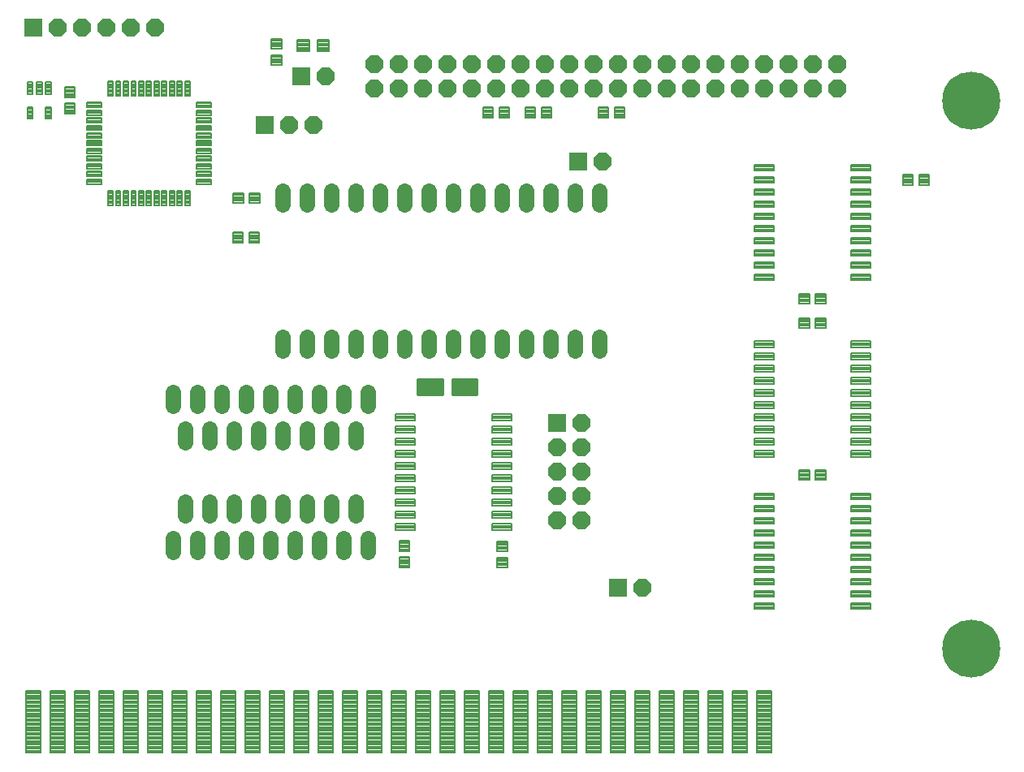
<source format=gts>
G75*
G70*
%OFA0B0*%
%FSLAX24Y24*%
%IPPOS*%
%LPD*%
%AMOC8*
5,1,8,0,0,1.08239X$1,22.5*
%
%ADD10C,0.0082*%
%ADD11C,0.0640*%
%ADD12OC8,0.0720*%
%ADD13C,0.0081*%
%ADD14C,0.0085*%
%ADD15C,0.0083*%
%ADD16R,0.0720X0.0720*%
%ADD17C,0.2380*%
%ADD18C,0.0080*%
%ADD19C,0.0080*%
D10*
X008512Y008497D02*
X009110Y008497D01*
X008512Y008497D02*
X008512Y011045D01*
X009110Y011045D01*
X009110Y008497D01*
X009110Y008578D02*
X008512Y008578D01*
X008512Y008659D02*
X009110Y008659D01*
X009110Y008740D02*
X008512Y008740D01*
X008512Y008821D02*
X009110Y008821D01*
X009110Y008902D02*
X008512Y008902D01*
X008512Y008983D02*
X009110Y008983D01*
X009110Y009064D02*
X008512Y009064D01*
X008512Y009145D02*
X009110Y009145D01*
X009110Y009226D02*
X008512Y009226D01*
X008512Y009307D02*
X009110Y009307D01*
X009110Y009388D02*
X008512Y009388D01*
X008512Y009469D02*
X009110Y009469D01*
X009110Y009550D02*
X008512Y009550D01*
X008512Y009631D02*
X009110Y009631D01*
X009110Y009712D02*
X008512Y009712D01*
X008512Y009793D02*
X009110Y009793D01*
X009110Y009874D02*
X008512Y009874D01*
X008512Y009955D02*
X009110Y009955D01*
X009110Y010036D02*
X008512Y010036D01*
X008512Y010117D02*
X009110Y010117D01*
X009110Y010198D02*
X008512Y010198D01*
X008512Y010279D02*
X009110Y010279D01*
X009110Y010360D02*
X008512Y010360D01*
X008512Y010441D02*
X009110Y010441D01*
X009110Y010522D02*
X008512Y010522D01*
X008512Y010603D02*
X009110Y010603D01*
X009110Y010684D02*
X008512Y010684D01*
X008512Y010765D02*
X009110Y010765D01*
X009110Y010846D02*
X008512Y010846D01*
X008512Y010927D02*
X009110Y010927D01*
X009110Y011008D02*
X008512Y011008D01*
X009512Y008497D02*
X010110Y008497D01*
X009512Y008497D02*
X009512Y011045D01*
X010110Y011045D01*
X010110Y008497D01*
X010110Y008578D02*
X009512Y008578D01*
X009512Y008659D02*
X010110Y008659D01*
X010110Y008740D02*
X009512Y008740D01*
X009512Y008821D02*
X010110Y008821D01*
X010110Y008902D02*
X009512Y008902D01*
X009512Y008983D02*
X010110Y008983D01*
X010110Y009064D02*
X009512Y009064D01*
X009512Y009145D02*
X010110Y009145D01*
X010110Y009226D02*
X009512Y009226D01*
X009512Y009307D02*
X010110Y009307D01*
X010110Y009388D02*
X009512Y009388D01*
X009512Y009469D02*
X010110Y009469D01*
X010110Y009550D02*
X009512Y009550D01*
X009512Y009631D02*
X010110Y009631D01*
X010110Y009712D02*
X009512Y009712D01*
X009512Y009793D02*
X010110Y009793D01*
X010110Y009874D02*
X009512Y009874D01*
X009512Y009955D02*
X010110Y009955D01*
X010110Y010036D02*
X009512Y010036D01*
X009512Y010117D02*
X010110Y010117D01*
X010110Y010198D02*
X009512Y010198D01*
X009512Y010279D02*
X010110Y010279D01*
X010110Y010360D02*
X009512Y010360D01*
X009512Y010441D02*
X010110Y010441D01*
X010110Y010522D02*
X009512Y010522D01*
X009512Y010603D02*
X010110Y010603D01*
X010110Y010684D02*
X009512Y010684D01*
X009512Y010765D02*
X010110Y010765D01*
X010110Y010846D02*
X009512Y010846D01*
X009512Y010927D02*
X010110Y010927D01*
X010110Y011008D02*
X009512Y011008D01*
X010512Y008497D02*
X011110Y008497D01*
X010512Y008497D02*
X010512Y011045D01*
X011110Y011045D01*
X011110Y008497D01*
X011110Y008578D02*
X010512Y008578D01*
X010512Y008659D02*
X011110Y008659D01*
X011110Y008740D02*
X010512Y008740D01*
X010512Y008821D02*
X011110Y008821D01*
X011110Y008902D02*
X010512Y008902D01*
X010512Y008983D02*
X011110Y008983D01*
X011110Y009064D02*
X010512Y009064D01*
X010512Y009145D02*
X011110Y009145D01*
X011110Y009226D02*
X010512Y009226D01*
X010512Y009307D02*
X011110Y009307D01*
X011110Y009388D02*
X010512Y009388D01*
X010512Y009469D02*
X011110Y009469D01*
X011110Y009550D02*
X010512Y009550D01*
X010512Y009631D02*
X011110Y009631D01*
X011110Y009712D02*
X010512Y009712D01*
X010512Y009793D02*
X011110Y009793D01*
X011110Y009874D02*
X010512Y009874D01*
X010512Y009955D02*
X011110Y009955D01*
X011110Y010036D02*
X010512Y010036D01*
X010512Y010117D02*
X011110Y010117D01*
X011110Y010198D02*
X010512Y010198D01*
X010512Y010279D02*
X011110Y010279D01*
X011110Y010360D02*
X010512Y010360D01*
X010512Y010441D02*
X011110Y010441D01*
X011110Y010522D02*
X010512Y010522D01*
X010512Y010603D02*
X011110Y010603D01*
X011110Y010684D02*
X010512Y010684D01*
X010512Y010765D02*
X011110Y010765D01*
X011110Y010846D02*
X010512Y010846D01*
X010512Y010927D02*
X011110Y010927D01*
X011110Y011008D02*
X010512Y011008D01*
X011512Y008497D02*
X012110Y008497D01*
X011512Y008497D02*
X011512Y011045D01*
X012110Y011045D01*
X012110Y008497D01*
X012110Y008578D02*
X011512Y008578D01*
X011512Y008659D02*
X012110Y008659D01*
X012110Y008740D02*
X011512Y008740D01*
X011512Y008821D02*
X012110Y008821D01*
X012110Y008902D02*
X011512Y008902D01*
X011512Y008983D02*
X012110Y008983D01*
X012110Y009064D02*
X011512Y009064D01*
X011512Y009145D02*
X012110Y009145D01*
X012110Y009226D02*
X011512Y009226D01*
X011512Y009307D02*
X012110Y009307D01*
X012110Y009388D02*
X011512Y009388D01*
X011512Y009469D02*
X012110Y009469D01*
X012110Y009550D02*
X011512Y009550D01*
X011512Y009631D02*
X012110Y009631D01*
X012110Y009712D02*
X011512Y009712D01*
X011512Y009793D02*
X012110Y009793D01*
X012110Y009874D02*
X011512Y009874D01*
X011512Y009955D02*
X012110Y009955D01*
X012110Y010036D02*
X011512Y010036D01*
X011512Y010117D02*
X012110Y010117D01*
X012110Y010198D02*
X011512Y010198D01*
X011512Y010279D02*
X012110Y010279D01*
X012110Y010360D02*
X011512Y010360D01*
X011512Y010441D02*
X012110Y010441D01*
X012110Y010522D02*
X011512Y010522D01*
X011512Y010603D02*
X012110Y010603D01*
X012110Y010684D02*
X011512Y010684D01*
X011512Y010765D02*
X012110Y010765D01*
X012110Y010846D02*
X011512Y010846D01*
X011512Y010927D02*
X012110Y010927D01*
X012110Y011008D02*
X011512Y011008D01*
X012512Y008497D02*
X013110Y008497D01*
X012512Y008497D02*
X012512Y011045D01*
X013110Y011045D01*
X013110Y008497D01*
X013110Y008578D02*
X012512Y008578D01*
X012512Y008659D02*
X013110Y008659D01*
X013110Y008740D02*
X012512Y008740D01*
X012512Y008821D02*
X013110Y008821D01*
X013110Y008902D02*
X012512Y008902D01*
X012512Y008983D02*
X013110Y008983D01*
X013110Y009064D02*
X012512Y009064D01*
X012512Y009145D02*
X013110Y009145D01*
X013110Y009226D02*
X012512Y009226D01*
X012512Y009307D02*
X013110Y009307D01*
X013110Y009388D02*
X012512Y009388D01*
X012512Y009469D02*
X013110Y009469D01*
X013110Y009550D02*
X012512Y009550D01*
X012512Y009631D02*
X013110Y009631D01*
X013110Y009712D02*
X012512Y009712D01*
X012512Y009793D02*
X013110Y009793D01*
X013110Y009874D02*
X012512Y009874D01*
X012512Y009955D02*
X013110Y009955D01*
X013110Y010036D02*
X012512Y010036D01*
X012512Y010117D02*
X013110Y010117D01*
X013110Y010198D02*
X012512Y010198D01*
X012512Y010279D02*
X013110Y010279D01*
X013110Y010360D02*
X012512Y010360D01*
X012512Y010441D02*
X013110Y010441D01*
X013110Y010522D02*
X012512Y010522D01*
X012512Y010603D02*
X013110Y010603D01*
X013110Y010684D02*
X012512Y010684D01*
X012512Y010765D02*
X013110Y010765D01*
X013110Y010846D02*
X012512Y010846D01*
X012512Y010927D02*
X013110Y010927D01*
X013110Y011008D02*
X012512Y011008D01*
X013512Y008497D02*
X014110Y008497D01*
X013512Y008497D02*
X013512Y011045D01*
X014110Y011045D01*
X014110Y008497D01*
X014110Y008578D02*
X013512Y008578D01*
X013512Y008659D02*
X014110Y008659D01*
X014110Y008740D02*
X013512Y008740D01*
X013512Y008821D02*
X014110Y008821D01*
X014110Y008902D02*
X013512Y008902D01*
X013512Y008983D02*
X014110Y008983D01*
X014110Y009064D02*
X013512Y009064D01*
X013512Y009145D02*
X014110Y009145D01*
X014110Y009226D02*
X013512Y009226D01*
X013512Y009307D02*
X014110Y009307D01*
X014110Y009388D02*
X013512Y009388D01*
X013512Y009469D02*
X014110Y009469D01*
X014110Y009550D02*
X013512Y009550D01*
X013512Y009631D02*
X014110Y009631D01*
X014110Y009712D02*
X013512Y009712D01*
X013512Y009793D02*
X014110Y009793D01*
X014110Y009874D02*
X013512Y009874D01*
X013512Y009955D02*
X014110Y009955D01*
X014110Y010036D02*
X013512Y010036D01*
X013512Y010117D02*
X014110Y010117D01*
X014110Y010198D02*
X013512Y010198D01*
X013512Y010279D02*
X014110Y010279D01*
X014110Y010360D02*
X013512Y010360D01*
X013512Y010441D02*
X014110Y010441D01*
X014110Y010522D02*
X013512Y010522D01*
X013512Y010603D02*
X014110Y010603D01*
X014110Y010684D02*
X013512Y010684D01*
X013512Y010765D02*
X014110Y010765D01*
X014110Y010846D02*
X013512Y010846D01*
X013512Y010927D02*
X014110Y010927D01*
X014110Y011008D02*
X013512Y011008D01*
X014512Y008497D02*
X015110Y008497D01*
X014512Y008497D02*
X014512Y011045D01*
X015110Y011045D01*
X015110Y008497D01*
X015110Y008578D02*
X014512Y008578D01*
X014512Y008659D02*
X015110Y008659D01*
X015110Y008740D02*
X014512Y008740D01*
X014512Y008821D02*
X015110Y008821D01*
X015110Y008902D02*
X014512Y008902D01*
X014512Y008983D02*
X015110Y008983D01*
X015110Y009064D02*
X014512Y009064D01*
X014512Y009145D02*
X015110Y009145D01*
X015110Y009226D02*
X014512Y009226D01*
X014512Y009307D02*
X015110Y009307D01*
X015110Y009388D02*
X014512Y009388D01*
X014512Y009469D02*
X015110Y009469D01*
X015110Y009550D02*
X014512Y009550D01*
X014512Y009631D02*
X015110Y009631D01*
X015110Y009712D02*
X014512Y009712D01*
X014512Y009793D02*
X015110Y009793D01*
X015110Y009874D02*
X014512Y009874D01*
X014512Y009955D02*
X015110Y009955D01*
X015110Y010036D02*
X014512Y010036D01*
X014512Y010117D02*
X015110Y010117D01*
X015110Y010198D02*
X014512Y010198D01*
X014512Y010279D02*
X015110Y010279D01*
X015110Y010360D02*
X014512Y010360D01*
X014512Y010441D02*
X015110Y010441D01*
X015110Y010522D02*
X014512Y010522D01*
X014512Y010603D02*
X015110Y010603D01*
X015110Y010684D02*
X014512Y010684D01*
X014512Y010765D02*
X015110Y010765D01*
X015110Y010846D02*
X014512Y010846D01*
X014512Y010927D02*
X015110Y010927D01*
X015110Y011008D02*
X014512Y011008D01*
X015512Y008497D02*
X016110Y008497D01*
X015512Y008497D02*
X015512Y011045D01*
X016110Y011045D01*
X016110Y008497D01*
X016110Y008578D02*
X015512Y008578D01*
X015512Y008659D02*
X016110Y008659D01*
X016110Y008740D02*
X015512Y008740D01*
X015512Y008821D02*
X016110Y008821D01*
X016110Y008902D02*
X015512Y008902D01*
X015512Y008983D02*
X016110Y008983D01*
X016110Y009064D02*
X015512Y009064D01*
X015512Y009145D02*
X016110Y009145D01*
X016110Y009226D02*
X015512Y009226D01*
X015512Y009307D02*
X016110Y009307D01*
X016110Y009388D02*
X015512Y009388D01*
X015512Y009469D02*
X016110Y009469D01*
X016110Y009550D02*
X015512Y009550D01*
X015512Y009631D02*
X016110Y009631D01*
X016110Y009712D02*
X015512Y009712D01*
X015512Y009793D02*
X016110Y009793D01*
X016110Y009874D02*
X015512Y009874D01*
X015512Y009955D02*
X016110Y009955D01*
X016110Y010036D02*
X015512Y010036D01*
X015512Y010117D02*
X016110Y010117D01*
X016110Y010198D02*
X015512Y010198D01*
X015512Y010279D02*
X016110Y010279D01*
X016110Y010360D02*
X015512Y010360D01*
X015512Y010441D02*
X016110Y010441D01*
X016110Y010522D02*
X015512Y010522D01*
X015512Y010603D02*
X016110Y010603D01*
X016110Y010684D02*
X015512Y010684D01*
X015512Y010765D02*
X016110Y010765D01*
X016110Y010846D02*
X015512Y010846D01*
X015512Y010927D02*
X016110Y010927D01*
X016110Y011008D02*
X015512Y011008D01*
X016512Y008497D02*
X017110Y008497D01*
X016512Y008497D02*
X016512Y011045D01*
X017110Y011045D01*
X017110Y008497D01*
X017110Y008578D02*
X016512Y008578D01*
X016512Y008659D02*
X017110Y008659D01*
X017110Y008740D02*
X016512Y008740D01*
X016512Y008821D02*
X017110Y008821D01*
X017110Y008902D02*
X016512Y008902D01*
X016512Y008983D02*
X017110Y008983D01*
X017110Y009064D02*
X016512Y009064D01*
X016512Y009145D02*
X017110Y009145D01*
X017110Y009226D02*
X016512Y009226D01*
X016512Y009307D02*
X017110Y009307D01*
X017110Y009388D02*
X016512Y009388D01*
X016512Y009469D02*
X017110Y009469D01*
X017110Y009550D02*
X016512Y009550D01*
X016512Y009631D02*
X017110Y009631D01*
X017110Y009712D02*
X016512Y009712D01*
X016512Y009793D02*
X017110Y009793D01*
X017110Y009874D02*
X016512Y009874D01*
X016512Y009955D02*
X017110Y009955D01*
X017110Y010036D02*
X016512Y010036D01*
X016512Y010117D02*
X017110Y010117D01*
X017110Y010198D02*
X016512Y010198D01*
X016512Y010279D02*
X017110Y010279D01*
X017110Y010360D02*
X016512Y010360D01*
X016512Y010441D02*
X017110Y010441D01*
X017110Y010522D02*
X016512Y010522D01*
X016512Y010603D02*
X017110Y010603D01*
X017110Y010684D02*
X016512Y010684D01*
X016512Y010765D02*
X017110Y010765D01*
X017110Y010846D02*
X016512Y010846D01*
X016512Y010927D02*
X017110Y010927D01*
X017110Y011008D02*
X016512Y011008D01*
X017512Y008497D02*
X018110Y008497D01*
X017512Y008497D02*
X017512Y011045D01*
X018110Y011045D01*
X018110Y008497D01*
X018110Y008578D02*
X017512Y008578D01*
X017512Y008659D02*
X018110Y008659D01*
X018110Y008740D02*
X017512Y008740D01*
X017512Y008821D02*
X018110Y008821D01*
X018110Y008902D02*
X017512Y008902D01*
X017512Y008983D02*
X018110Y008983D01*
X018110Y009064D02*
X017512Y009064D01*
X017512Y009145D02*
X018110Y009145D01*
X018110Y009226D02*
X017512Y009226D01*
X017512Y009307D02*
X018110Y009307D01*
X018110Y009388D02*
X017512Y009388D01*
X017512Y009469D02*
X018110Y009469D01*
X018110Y009550D02*
X017512Y009550D01*
X017512Y009631D02*
X018110Y009631D01*
X018110Y009712D02*
X017512Y009712D01*
X017512Y009793D02*
X018110Y009793D01*
X018110Y009874D02*
X017512Y009874D01*
X017512Y009955D02*
X018110Y009955D01*
X018110Y010036D02*
X017512Y010036D01*
X017512Y010117D02*
X018110Y010117D01*
X018110Y010198D02*
X017512Y010198D01*
X017512Y010279D02*
X018110Y010279D01*
X018110Y010360D02*
X017512Y010360D01*
X017512Y010441D02*
X018110Y010441D01*
X018110Y010522D02*
X017512Y010522D01*
X017512Y010603D02*
X018110Y010603D01*
X018110Y010684D02*
X017512Y010684D01*
X017512Y010765D02*
X018110Y010765D01*
X018110Y010846D02*
X017512Y010846D01*
X017512Y010927D02*
X018110Y010927D01*
X018110Y011008D02*
X017512Y011008D01*
X018512Y008497D02*
X019110Y008497D01*
X018512Y008497D02*
X018512Y011045D01*
X019110Y011045D01*
X019110Y008497D01*
X019110Y008578D02*
X018512Y008578D01*
X018512Y008659D02*
X019110Y008659D01*
X019110Y008740D02*
X018512Y008740D01*
X018512Y008821D02*
X019110Y008821D01*
X019110Y008902D02*
X018512Y008902D01*
X018512Y008983D02*
X019110Y008983D01*
X019110Y009064D02*
X018512Y009064D01*
X018512Y009145D02*
X019110Y009145D01*
X019110Y009226D02*
X018512Y009226D01*
X018512Y009307D02*
X019110Y009307D01*
X019110Y009388D02*
X018512Y009388D01*
X018512Y009469D02*
X019110Y009469D01*
X019110Y009550D02*
X018512Y009550D01*
X018512Y009631D02*
X019110Y009631D01*
X019110Y009712D02*
X018512Y009712D01*
X018512Y009793D02*
X019110Y009793D01*
X019110Y009874D02*
X018512Y009874D01*
X018512Y009955D02*
X019110Y009955D01*
X019110Y010036D02*
X018512Y010036D01*
X018512Y010117D02*
X019110Y010117D01*
X019110Y010198D02*
X018512Y010198D01*
X018512Y010279D02*
X019110Y010279D01*
X019110Y010360D02*
X018512Y010360D01*
X018512Y010441D02*
X019110Y010441D01*
X019110Y010522D02*
X018512Y010522D01*
X018512Y010603D02*
X019110Y010603D01*
X019110Y010684D02*
X018512Y010684D01*
X018512Y010765D02*
X019110Y010765D01*
X019110Y010846D02*
X018512Y010846D01*
X018512Y010927D02*
X019110Y010927D01*
X019110Y011008D02*
X018512Y011008D01*
X019512Y008497D02*
X020110Y008497D01*
X019512Y008497D02*
X019512Y011045D01*
X020110Y011045D01*
X020110Y008497D01*
X020110Y008578D02*
X019512Y008578D01*
X019512Y008659D02*
X020110Y008659D01*
X020110Y008740D02*
X019512Y008740D01*
X019512Y008821D02*
X020110Y008821D01*
X020110Y008902D02*
X019512Y008902D01*
X019512Y008983D02*
X020110Y008983D01*
X020110Y009064D02*
X019512Y009064D01*
X019512Y009145D02*
X020110Y009145D01*
X020110Y009226D02*
X019512Y009226D01*
X019512Y009307D02*
X020110Y009307D01*
X020110Y009388D02*
X019512Y009388D01*
X019512Y009469D02*
X020110Y009469D01*
X020110Y009550D02*
X019512Y009550D01*
X019512Y009631D02*
X020110Y009631D01*
X020110Y009712D02*
X019512Y009712D01*
X019512Y009793D02*
X020110Y009793D01*
X020110Y009874D02*
X019512Y009874D01*
X019512Y009955D02*
X020110Y009955D01*
X020110Y010036D02*
X019512Y010036D01*
X019512Y010117D02*
X020110Y010117D01*
X020110Y010198D02*
X019512Y010198D01*
X019512Y010279D02*
X020110Y010279D01*
X020110Y010360D02*
X019512Y010360D01*
X019512Y010441D02*
X020110Y010441D01*
X020110Y010522D02*
X019512Y010522D01*
X019512Y010603D02*
X020110Y010603D01*
X020110Y010684D02*
X019512Y010684D01*
X019512Y010765D02*
X020110Y010765D01*
X020110Y010846D02*
X019512Y010846D01*
X019512Y010927D02*
X020110Y010927D01*
X020110Y011008D02*
X019512Y011008D01*
X020512Y008497D02*
X021110Y008497D01*
X020512Y008497D02*
X020512Y011045D01*
X021110Y011045D01*
X021110Y008497D01*
X021110Y008578D02*
X020512Y008578D01*
X020512Y008659D02*
X021110Y008659D01*
X021110Y008740D02*
X020512Y008740D01*
X020512Y008821D02*
X021110Y008821D01*
X021110Y008902D02*
X020512Y008902D01*
X020512Y008983D02*
X021110Y008983D01*
X021110Y009064D02*
X020512Y009064D01*
X020512Y009145D02*
X021110Y009145D01*
X021110Y009226D02*
X020512Y009226D01*
X020512Y009307D02*
X021110Y009307D01*
X021110Y009388D02*
X020512Y009388D01*
X020512Y009469D02*
X021110Y009469D01*
X021110Y009550D02*
X020512Y009550D01*
X020512Y009631D02*
X021110Y009631D01*
X021110Y009712D02*
X020512Y009712D01*
X020512Y009793D02*
X021110Y009793D01*
X021110Y009874D02*
X020512Y009874D01*
X020512Y009955D02*
X021110Y009955D01*
X021110Y010036D02*
X020512Y010036D01*
X020512Y010117D02*
X021110Y010117D01*
X021110Y010198D02*
X020512Y010198D01*
X020512Y010279D02*
X021110Y010279D01*
X021110Y010360D02*
X020512Y010360D01*
X020512Y010441D02*
X021110Y010441D01*
X021110Y010522D02*
X020512Y010522D01*
X020512Y010603D02*
X021110Y010603D01*
X021110Y010684D02*
X020512Y010684D01*
X020512Y010765D02*
X021110Y010765D01*
X021110Y010846D02*
X020512Y010846D01*
X020512Y010927D02*
X021110Y010927D01*
X021110Y011008D02*
X020512Y011008D01*
X021512Y008497D02*
X022110Y008497D01*
X021512Y008497D02*
X021512Y011045D01*
X022110Y011045D01*
X022110Y008497D01*
X022110Y008578D02*
X021512Y008578D01*
X021512Y008659D02*
X022110Y008659D01*
X022110Y008740D02*
X021512Y008740D01*
X021512Y008821D02*
X022110Y008821D01*
X022110Y008902D02*
X021512Y008902D01*
X021512Y008983D02*
X022110Y008983D01*
X022110Y009064D02*
X021512Y009064D01*
X021512Y009145D02*
X022110Y009145D01*
X022110Y009226D02*
X021512Y009226D01*
X021512Y009307D02*
X022110Y009307D01*
X022110Y009388D02*
X021512Y009388D01*
X021512Y009469D02*
X022110Y009469D01*
X022110Y009550D02*
X021512Y009550D01*
X021512Y009631D02*
X022110Y009631D01*
X022110Y009712D02*
X021512Y009712D01*
X021512Y009793D02*
X022110Y009793D01*
X022110Y009874D02*
X021512Y009874D01*
X021512Y009955D02*
X022110Y009955D01*
X022110Y010036D02*
X021512Y010036D01*
X021512Y010117D02*
X022110Y010117D01*
X022110Y010198D02*
X021512Y010198D01*
X021512Y010279D02*
X022110Y010279D01*
X022110Y010360D02*
X021512Y010360D01*
X021512Y010441D02*
X022110Y010441D01*
X022110Y010522D02*
X021512Y010522D01*
X021512Y010603D02*
X022110Y010603D01*
X022110Y010684D02*
X021512Y010684D01*
X021512Y010765D02*
X022110Y010765D01*
X022110Y010846D02*
X021512Y010846D01*
X021512Y010927D02*
X022110Y010927D01*
X022110Y011008D02*
X021512Y011008D01*
X022512Y008497D02*
X023110Y008497D01*
X022512Y008497D02*
X022512Y011045D01*
X023110Y011045D01*
X023110Y008497D01*
X023110Y008578D02*
X022512Y008578D01*
X022512Y008659D02*
X023110Y008659D01*
X023110Y008740D02*
X022512Y008740D01*
X022512Y008821D02*
X023110Y008821D01*
X023110Y008902D02*
X022512Y008902D01*
X022512Y008983D02*
X023110Y008983D01*
X023110Y009064D02*
X022512Y009064D01*
X022512Y009145D02*
X023110Y009145D01*
X023110Y009226D02*
X022512Y009226D01*
X022512Y009307D02*
X023110Y009307D01*
X023110Y009388D02*
X022512Y009388D01*
X022512Y009469D02*
X023110Y009469D01*
X023110Y009550D02*
X022512Y009550D01*
X022512Y009631D02*
X023110Y009631D01*
X023110Y009712D02*
X022512Y009712D01*
X022512Y009793D02*
X023110Y009793D01*
X023110Y009874D02*
X022512Y009874D01*
X022512Y009955D02*
X023110Y009955D01*
X023110Y010036D02*
X022512Y010036D01*
X022512Y010117D02*
X023110Y010117D01*
X023110Y010198D02*
X022512Y010198D01*
X022512Y010279D02*
X023110Y010279D01*
X023110Y010360D02*
X022512Y010360D01*
X022512Y010441D02*
X023110Y010441D01*
X023110Y010522D02*
X022512Y010522D01*
X022512Y010603D02*
X023110Y010603D01*
X023110Y010684D02*
X022512Y010684D01*
X022512Y010765D02*
X023110Y010765D01*
X023110Y010846D02*
X022512Y010846D01*
X022512Y010927D02*
X023110Y010927D01*
X023110Y011008D02*
X022512Y011008D01*
X023512Y008497D02*
X024110Y008497D01*
X023512Y008497D02*
X023512Y011045D01*
X024110Y011045D01*
X024110Y008497D01*
X024110Y008578D02*
X023512Y008578D01*
X023512Y008659D02*
X024110Y008659D01*
X024110Y008740D02*
X023512Y008740D01*
X023512Y008821D02*
X024110Y008821D01*
X024110Y008902D02*
X023512Y008902D01*
X023512Y008983D02*
X024110Y008983D01*
X024110Y009064D02*
X023512Y009064D01*
X023512Y009145D02*
X024110Y009145D01*
X024110Y009226D02*
X023512Y009226D01*
X023512Y009307D02*
X024110Y009307D01*
X024110Y009388D02*
X023512Y009388D01*
X023512Y009469D02*
X024110Y009469D01*
X024110Y009550D02*
X023512Y009550D01*
X023512Y009631D02*
X024110Y009631D01*
X024110Y009712D02*
X023512Y009712D01*
X023512Y009793D02*
X024110Y009793D01*
X024110Y009874D02*
X023512Y009874D01*
X023512Y009955D02*
X024110Y009955D01*
X024110Y010036D02*
X023512Y010036D01*
X023512Y010117D02*
X024110Y010117D01*
X024110Y010198D02*
X023512Y010198D01*
X023512Y010279D02*
X024110Y010279D01*
X024110Y010360D02*
X023512Y010360D01*
X023512Y010441D02*
X024110Y010441D01*
X024110Y010522D02*
X023512Y010522D01*
X023512Y010603D02*
X024110Y010603D01*
X024110Y010684D02*
X023512Y010684D01*
X023512Y010765D02*
X024110Y010765D01*
X024110Y010846D02*
X023512Y010846D01*
X023512Y010927D02*
X024110Y010927D01*
X024110Y011008D02*
X023512Y011008D01*
X024512Y008497D02*
X025110Y008497D01*
X024512Y008497D02*
X024512Y011045D01*
X025110Y011045D01*
X025110Y008497D01*
X025110Y008578D02*
X024512Y008578D01*
X024512Y008659D02*
X025110Y008659D01*
X025110Y008740D02*
X024512Y008740D01*
X024512Y008821D02*
X025110Y008821D01*
X025110Y008902D02*
X024512Y008902D01*
X024512Y008983D02*
X025110Y008983D01*
X025110Y009064D02*
X024512Y009064D01*
X024512Y009145D02*
X025110Y009145D01*
X025110Y009226D02*
X024512Y009226D01*
X024512Y009307D02*
X025110Y009307D01*
X025110Y009388D02*
X024512Y009388D01*
X024512Y009469D02*
X025110Y009469D01*
X025110Y009550D02*
X024512Y009550D01*
X024512Y009631D02*
X025110Y009631D01*
X025110Y009712D02*
X024512Y009712D01*
X024512Y009793D02*
X025110Y009793D01*
X025110Y009874D02*
X024512Y009874D01*
X024512Y009955D02*
X025110Y009955D01*
X025110Y010036D02*
X024512Y010036D01*
X024512Y010117D02*
X025110Y010117D01*
X025110Y010198D02*
X024512Y010198D01*
X024512Y010279D02*
X025110Y010279D01*
X025110Y010360D02*
X024512Y010360D01*
X024512Y010441D02*
X025110Y010441D01*
X025110Y010522D02*
X024512Y010522D01*
X024512Y010603D02*
X025110Y010603D01*
X025110Y010684D02*
X024512Y010684D01*
X024512Y010765D02*
X025110Y010765D01*
X025110Y010846D02*
X024512Y010846D01*
X024512Y010927D02*
X025110Y010927D01*
X025110Y011008D02*
X024512Y011008D01*
X025512Y008497D02*
X026110Y008497D01*
X025512Y008497D02*
X025512Y011045D01*
X026110Y011045D01*
X026110Y008497D01*
X026110Y008578D02*
X025512Y008578D01*
X025512Y008659D02*
X026110Y008659D01*
X026110Y008740D02*
X025512Y008740D01*
X025512Y008821D02*
X026110Y008821D01*
X026110Y008902D02*
X025512Y008902D01*
X025512Y008983D02*
X026110Y008983D01*
X026110Y009064D02*
X025512Y009064D01*
X025512Y009145D02*
X026110Y009145D01*
X026110Y009226D02*
X025512Y009226D01*
X025512Y009307D02*
X026110Y009307D01*
X026110Y009388D02*
X025512Y009388D01*
X025512Y009469D02*
X026110Y009469D01*
X026110Y009550D02*
X025512Y009550D01*
X025512Y009631D02*
X026110Y009631D01*
X026110Y009712D02*
X025512Y009712D01*
X025512Y009793D02*
X026110Y009793D01*
X026110Y009874D02*
X025512Y009874D01*
X025512Y009955D02*
X026110Y009955D01*
X026110Y010036D02*
X025512Y010036D01*
X025512Y010117D02*
X026110Y010117D01*
X026110Y010198D02*
X025512Y010198D01*
X025512Y010279D02*
X026110Y010279D01*
X026110Y010360D02*
X025512Y010360D01*
X025512Y010441D02*
X026110Y010441D01*
X026110Y010522D02*
X025512Y010522D01*
X025512Y010603D02*
X026110Y010603D01*
X026110Y010684D02*
X025512Y010684D01*
X025512Y010765D02*
X026110Y010765D01*
X026110Y010846D02*
X025512Y010846D01*
X025512Y010927D02*
X026110Y010927D01*
X026110Y011008D02*
X025512Y011008D01*
X026512Y008497D02*
X027110Y008497D01*
X026512Y008497D02*
X026512Y011045D01*
X027110Y011045D01*
X027110Y008497D01*
X027110Y008578D02*
X026512Y008578D01*
X026512Y008659D02*
X027110Y008659D01*
X027110Y008740D02*
X026512Y008740D01*
X026512Y008821D02*
X027110Y008821D01*
X027110Y008902D02*
X026512Y008902D01*
X026512Y008983D02*
X027110Y008983D01*
X027110Y009064D02*
X026512Y009064D01*
X026512Y009145D02*
X027110Y009145D01*
X027110Y009226D02*
X026512Y009226D01*
X026512Y009307D02*
X027110Y009307D01*
X027110Y009388D02*
X026512Y009388D01*
X026512Y009469D02*
X027110Y009469D01*
X027110Y009550D02*
X026512Y009550D01*
X026512Y009631D02*
X027110Y009631D01*
X027110Y009712D02*
X026512Y009712D01*
X026512Y009793D02*
X027110Y009793D01*
X027110Y009874D02*
X026512Y009874D01*
X026512Y009955D02*
X027110Y009955D01*
X027110Y010036D02*
X026512Y010036D01*
X026512Y010117D02*
X027110Y010117D01*
X027110Y010198D02*
X026512Y010198D01*
X026512Y010279D02*
X027110Y010279D01*
X027110Y010360D02*
X026512Y010360D01*
X026512Y010441D02*
X027110Y010441D01*
X027110Y010522D02*
X026512Y010522D01*
X026512Y010603D02*
X027110Y010603D01*
X027110Y010684D02*
X026512Y010684D01*
X026512Y010765D02*
X027110Y010765D01*
X027110Y010846D02*
X026512Y010846D01*
X026512Y010927D02*
X027110Y010927D01*
X027110Y011008D02*
X026512Y011008D01*
X027512Y008497D02*
X028110Y008497D01*
X027512Y008497D02*
X027512Y011045D01*
X028110Y011045D01*
X028110Y008497D01*
X028110Y008578D02*
X027512Y008578D01*
X027512Y008659D02*
X028110Y008659D01*
X028110Y008740D02*
X027512Y008740D01*
X027512Y008821D02*
X028110Y008821D01*
X028110Y008902D02*
X027512Y008902D01*
X027512Y008983D02*
X028110Y008983D01*
X028110Y009064D02*
X027512Y009064D01*
X027512Y009145D02*
X028110Y009145D01*
X028110Y009226D02*
X027512Y009226D01*
X027512Y009307D02*
X028110Y009307D01*
X028110Y009388D02*
X027512Y009388D01*
X027512Y009469D02*
X028110Y009469D01*
X028110Y009550D02*
X027512Y009550D01*
X027512Y009631D02*
X028110Y009631D01*
X028110Y009712D02*
X027512Y009712D01*
X027512Y009793D02*
X028110Y009793D01*
X028110Y009874D02*
X027512Y009874D01*
X027512Y009955D02*
X028110Y009955D01*
X028110Y010036D02*
X027512Y010036D01*
X027512Y010117D02*
X028110Y010117D01*
X028110Y010198D02*
X027512Y010198D01*
X027512Y010279D02*
X028110Y010279D01*
X028110Y010360D02*
X027512Y010360D01*
X027512Y010441D02*
X028110Y010441D01*
X028110Y010522D02*
X027512Y010522D01*
X027512Y010603D02*
X028110Y010603D01*
X028110Y010684D02*
X027512Y010684D01*
X027512Y010765D02*
X028110Y010765D01*
X028110Y010846D02*
X027512Y010846D01*
X027512Y010927D02*
X028110Y010927D01*
X028110Y011008D02*
X027512Y011008D01*
X028512Y008497D02*
X029110Y008497D01*
X028512Y008497D02*
X028512Y011045D01*
X029110Y011045D01*
X029110Y008497D01*
X029110Y008578D02*
X028512Y008578D01*
X028512Y008659D02*
X029110Y008659D01*
X029110Y008740D02*
X028512Y008740D01*
X028512Y008821D02*
X029110Y008821D01*
X029110Y008902D02*
X028512Y008902D01*
X028512Y008983D02*
X029110Y008983D01*
X029110Y009064D02*
X028512Y009064D01*
X028512Y009145D02*
X029110Y009145D01*
X029110Y009226D02*
X028512Y009226D01*
X028512Y009307D02*
X029110Y009307D01*
X029110Y009388D02*
X028512Y009388D01*
X028512Y009469D02*
X029110Y009469D01*
X029110Y009550D02*
X028512Y009550D01*
X028512Y009631D02*
X029110Y009631D01*
X029110Y009712D02*
X028512Y009712D01*
X028512Y009793D02*
X029110Y009793D01*
X029110Y009874D02*
X028512Y009874D01*
X028512Y009955D02*
X029110Y009955D01*
X029110Y010036D02*
X028512Y010036D01*
X028512Y010117D02*
X029110Y010117D01*
X029110Y010198D02*
X028512Y010198D01*
X028512Y010279D02*
X029110Y010279D01*
X029110Y010360D02*
X028512Y010360D01*
X028512Y010441D02*
X029110Y010441D01*
X029110Y010522D02*
X028512Y010522D01*
X028512Y010603D02*
X029110Y010603D01*
X029110Y010684D02*
X028512Y010684D01*
X028512Y010765D02*
X029110Y010765D01*
X029110Y010846D02*
X028512Y010846D01*
X028512Y010927D02*
X029110Y010927D01*
X029110Y011008D02*
X028512Y011008D01*
X029512Y008497D02*
X030110Y008497D01*
X029512Y008497D02*
X029512Y011045D01*
X030110Y011045D01*
X030110Y008497D01*
X030110Y008578D02*
X029512Y008578D01*
X029512Y008659D02*
X030110Y008659D01*
X030110Y008740D02*
X029512Y008740D01*
X029512Y008821D02*
X030110Y008821D01*
X030110Y008902D02*
X029512Y008902D01*
X029512Y008983D02*
X030110Y008983D01*
X030110Y009064D02*
X029512Y009064D01*
X029512Y009145D02*
X030110Y009145D01*
X030110Y009226D02*
X029512Y009226D01*
X029512Y009307D02*
X030110Y009307D01*
X030110Y009388D02*
X029512Y009388D01*
X029512Y009469D02*
X030110Y009469D01*
X030110Y009550D02*
X029512Y009550D01*
X029512Y009631D02*
X030110Y009631D01*
X030110Y009712D02*
X029512Y009712D01*
X029512Y009793D02*
X030110Y009793D01*
X030110Y009874D02*
X029512Y009874D01*
X029512Y009955D02*
X030110Y009955D01*
X030110Y010036D02*
X029512Y010036D01*
X029512Y010117D02*
X030110Y010117D01*
X030110Y010198D02*
X029512Y010198D01*
X029512Y010279D02*
X030110Y010279D01*
X030110Y010360D02*
X029512Y010360D01*
X029512Y010441D02*
X030110Y010441D01*
X030110Y010522D02*
X029512Y010522D01*
X029512Y010603D02*
X030110Y010603D01*
X030110Y010684D02*
X029512Y010684D01*
X029512Y010765D02*
X030110Y010765D01*
X030110Y010846D02*
X029512Y010846D01*
X029512Y010927D02*
X030110Y010927D01*
X030110Y011008D02*
X029512Y011008D01*
X030512Y008497D02*
X031110Y008497D01*
X030512Y008497D02*
X030512Y011045D01*
X031110Y011045D01*
X031110Y008497D01*
X031110Y008578D02*
X030512Y008578D01*
X030512Y008659D02*
X031110Y008659D01*
X031110Y008740D02*
X030512Y008740D01*
X030512Y008821D02*
X031110Y008821D01*
X031110Y008902D02*
X030512Y008902D01*
X030512Y008983D02*
X031110Y008983D01*
X031110Y009064D02*
X030512Y009064D01*
X030512Y009145D02*
X031110Y009145D01*
X031110Y009226D02*
X030512Y009226D01*
X030512Y009307D02*
X031110Y009307D01*
X031110Y009388D02*
X030512Y009388D01*
X030512Y009469D02*
X031110Y009469D01*
X031110Y009550D02*
X030512Y009550D01*
X030512Y009631D02*
X031110Y009631D01*
X031110Y009712D02*
X030512Y009712D01*
X030512Y009793D02*
X031110Y009793D01*
X031110Y009874D02*
X030512Y009874D01*
X030512Y009955D02*
X031110Y009955D01*
X031110Y010036D02*
X030512Y010036D01*
X030512Y010117D02*
X031110Y010117D01*
X031110Y010198D02*
X030512Y010198D01*
X030512Y010279D02*
X031110Y010279D01*
X031110Y010360D02*
X030512Y010360D01*
X030512Y010441D02*
X031110Y010441D01*
X031110Y010522D02*
X030512Y010522D01*
X030512Y010603D02*
X031110Y010603D01*
X031110Y010684D02*
X030512Y010684D01*
X030512Y010765D02*
X031110Y010765D01*
X031110Y010846D02*
X030512Y010846D01*
X030512Y010927D02*
X031110Y010927D01*
X031110Y011008D02*
X030512Y011008D01*
X031512Y008497D02*
X032110Y008497D01*
X031512Y008497D02*
X031512Y011045D01*
X032110Y011045D01*
X032110Y008497D01*
X032110Y008578D02*
X031512Y008578D01*
X031512Y008659D02*
X032110Y008659D01*
X032110Y008740D02*
X031512Y008740D01*
X031512Y008821D02*
X032110Y008821D01*
X032110Y008902D02*
X031512Y008902D01*
X031512Y008983D02*
X032110Y008983D01*
X032110Y009064D02*
X031512Y009064D01*
X031512Y009145D02*
X032110Y009145D01*
X032110Y009226D02*
X031512Y009226D01*
X031512Y009307D02*
X032110Y009307D01*
X032110Y009388D02*
X031512Y009388D01*
X031512Y009469D02*
X032110Y009469D01*
X032110Y009550D02*
X031512Y009550D01*
X031512Y009631D02*
X032110Y009631D01*
X032110Y009712D02*
X031512Y009712D01*
X031512Y009793D02*
X032110Y009793D01*
X032110Y009874D02*
X031512Y009874D01*
X031512Y009955D02*
X032110Y009955D01*
X032110Y010036D02*
X031512Y010036D01*
X031512Y010117D02*
X032110Y010117D01*
X032110Y010198D02*
X031512Y010198D01*
X031512Y010279D02*
X032110Y010279D01*
X032110Y010360D02*
X031512Y010360D01*
X031512Y010441D02*
X032110Y010441D01*
X032110Y010522D02*
X031512Y010522D01*
X031512Y010603D02*
X032110Y010603D01*
X032110Y010684D02*
X031512Y010684D01*
X031512Y010765D02*
X032110Y010765D01*
X032110Y010846D02*
X031512Y010846D01*
X031512Y010927D02*
X032110Y010927D01*
X032110Y011008D02*
X031512Y011008D01*
X032512Y008497D02*
X033110Y008497D01*
X032512Y008497D02*
X032512Y011045D01*
X033110Y011045D01*
X033110Y008497D01*
X033110Y008578D02*
X032512Y008578D01*
X032512Y008659D02*
X033110Y008659D01*
X033110Y008740D02*
X032512Y008740D01*
X032512Y008821D02*
X033110Y008821D01*
X033110Y008902D02*
X032512Y008902D01*
X032512Y008983D02*
X033110Y008983D01*
X033110Y009064D02*
X032512Y009064D01*
X032512Y009145D02*
X033110Y009145D01*
X033110Y009226D02*
X032512Y009226D01*
X032512Y009307D02*
X033110Y009307D01*
X033110Y009388D02*
X032512Y009388D01*
X032512Y009469D02*
X033110Y009469D01*
X033110Y009550D02*
X032512Y009550D01*
X032512Y009631D02*
X033110Y009631D01*
X033110Y009712D02*
X032512Y009712D01*
X032512Y009793D02*
X033110Y009793D01*
X033110Y009874D02*
X032512Y009874D01*
X032512Y009955D02*
X033110Y009955D01*
X033110Y010036D02*
X032512Y010036D01*
X032512Y010117D02*
X033110Y010117D01*
X033110Y010198D02*
X032512Y010198D01*
X032512Y010279D02*
X033110Y010279D01*
X033110Y010360D02*
X032512Y010360D01*
X032512Y010441D02*
X033110Y010441D01*
X033110Y010522D02*
X032512Y010522D01*
X032512Y010603D02*
X033110Y010603D01*
X033110Y010684D02*
X032512Y010684D01*
X032512Y010765D02*
X033110Y010765D01*
X033110Y010846D02*
X032512Y010846D01*
X032512Y010927D02*
X033110Y010927D01*
X033110Y011008D02*
X032512Y011008D01*
X033512Y008497D02*
X034110Y008497D01*
X033512Y008497D02*
X033512Y011045D01*
X034110Y011045D01*
X034110Y008497D01*
X034110Y008578D02*
X033512Y008578D01*
X033512Y008659D02*
X034110Y008659D01*
X034110Y008740D02*
X033512Y008740D01*
X033512Y008821D02*
X034110Y008821D01*
X034110Y008902D02*
X033512Y008902D01*
X033512Y008983D02*
X034110Y008983D01*
X034110Y009064D02*
X033512Y009064D01*
X033512Y009145D02*
X034110Y009145D01*
X034110Y009226D02*
X033512Y009226D01*
X033512Y009307D02*
X034110Y009307D01*
X034110Y009388D02*
X033512Y009388D01*
X033512Y009469D02*
X034110Y009469D01*
X034110Y009550D02*
X033512Y009550D01*
X033512Y009631D02*
X034110Y009631D01*
X034110Y009712D02*
X033512Y009712D01*
X033512Y009793D02*
X034110Y009793D01*
X034110Y009874D02*
X033512Y009874D01*
X033512Y009955D02*
X034110Y009955D01*
X034110Y010036D02*
X033512Y010036D01*
X033512Y010117D02*
X034110Y010117D01*
X034110Y010198D02*
X033512Y010198D01*
X033512Y010279D02*
X034110Y010279D01*
X034110Y010360D02*
X033512Y010360D01*
X033512Y010441D02*
X034110Y010441D01*
X034110Y010522D02*
X033512Y010522D01*
X033512Y010603D02*
X034110Y010603D01*
X034110Y010684D02*
X033512Y010684D01*
X033512Y010765D02*
X034110Y010765D01*
X034110Y010846D02*
X033512Y010846D01*
X033512Y010927D02*
X034110Y010927D01*
X034110Y011008D02*
X033512Y011008D01*
X034512Y008497D02*
X035110Y008497D01*
X034512Y008497D02*
X034512Y011045D01*
X035110Y011045D01*
X035110Y008497D01*
X035110Y008578D02*
X034512Y008578D01*
X034512Y008659D02*
X035110Y008659D01*
X035110Y008740D02*
X034512Y008740D01*
X034512Y008821D02*
X035110Y008821D01*
X035110Y008902D02*
X034512Y008902D01*
X034512Y008983D02*
X035110Y008983D01*
X035110Y009064D02*
X034512Y009064D01*
X034512Y009145D02*
X035110Y009145D01*
X035110Y009226D02*
X034512Y009226D01*
X034512Y009307D02*
X035110Y009307D01*
X035110Y009388D02*
X034512Y009388D01*
X034512Y009469D02*
X035110Y009469D01*
X035110Y009550D02*
X034512Y009550D01*
X034512Y009631D02*
X035110Y009631D01*
X035110Y009712D02*
X034512Y009712D01*
X034512Y009793D02*
X035110Y009793D01*
X035110Y009874D02*
X034512Y009874D01*
X034512Y009955D02*
X035110Y009955D01*
X035110Y010036D02*
X034512Y010036D01*
X034512Y010117D02*
X035110Y010117D01*
X035110Y010198D02*
X034512Y010198D01*
X034512Y010279D02*
X035110Y010279D01*
X035110Y010360D02*
X034512Y010360D01*
X034512Y010441D02*
X035110Y010441D01*
X035110Y010522D02*
X034512Y010522D01*
X034512Y010603D02*
X035110Y010603D01*
X035110Y010684D02*
X034512Y010684D01*
X034512Y010765D02*
X035110Y010765D01*
X035110Y010846D02*
X034512Y010846D01*
X034512Y010927D02*
X035110Y010927D01*
X035110Y011008D02*
X034512Y011008D01*
X035512Y008497D02*
X036110Y008497D01*
X035512Y008497D02*
X035512Y011045D01*
X036110Y011045D01*
X036110Y008497D01*
X036110Y008578D02*
X035512Y008578D01*
X035512Y008659D02*
X036110Y008659D01*
X036110Y008740D02*
X035512Y008740D01*
X035512Y008821D02*
X036110Y008821D01*
X036110Y008902D02*
X035512Y008902D01*
X035512Y008983D02*
X036110Y008983D01*
X036110Y009064D02*
X035512Y009064D01*
X035512Y009145D02*
X036110Y009145D01*
X036110Y009226D02*
X035512Y009226D01*
X035512Y009307D02*
X036110Y009307D01*
X036110Y009388D02*
X035512Y009388D01*
X035512Y009469D02*
X036110Y009469D01*
X036110Y009550D02*
X035512Y009550D01*
X035512Y009631D02*
X036110Y009631D01*
X036110Y009712D02*
X035512Y009712D01*
X035512Y009793D02*
X036110Y009793D01*
X036110Y009874D02*
X035512Y009874D01*
X035512Y009955D02*
X036110Y009955D01*
X036110Y010036D02*
X035512Y010036D01*
X035512Y010117D02*
X036110Y010117D01*
X036110Y010198D02*
X035512Y010198D01*
X035512Y010279D02*
X036110Y010279D01*
X036110Y010360D02*
X035512Y010360D01*
X035512Y010441D02*
X036110Y010441D01*
X036110Y010522D02*
X035512Y010522D01*
X035512Y010603D02*
X036110Y010603D01*
X036110Y010684D02*
X035512Y010684D01*
X035512Y010765D02*
X036110Y010765D01*
X036110Y010846D02*
X035512Y010846D01*
X035512Y010927D02*
X036110Y010927D01*
X036110Y011008D02*
X035512Y011008D01*
X036512Y008497D02*
X037110Y008497D01*
X036512Y008497D02*
X036512Y011045D01*
X037110Y011045D01*
X037110Y008497D01*
X037110Y008578D02*
X036512Y008578D01*
X036512Y008659D02*
X037110Y008659D01*
X037110Y008740D02*
X036512Y008740D01*
X036512Y008821D02*
X037110Y008821D01*
X037110Y008902D02*
X036512Y008902D01*
X036512Y008983D02*
X037110Y008983D01*
X037110Y009064D02*
X036512Y009064D01*
X036512Y009145D02*
X037110Y009145D01*
X037110Y009226D02*
X036512Y009226D01*
X036512Y009307D02*
X037110Y009307D01*
X037110Y009388D02*
X036512Y009388D01*
X036512Y009469D02*
X037110Y009469D01*
X037110Y009550D02*
X036512Y009550D01*
X036512Y009631D02*
X037110Y009631D01*
X037110Y009712D02*
X036512Y009712D01*
X036512Y009793D02*
X037110Y009793D01*
X037110Y009874D02*
X036512Y009874D01*
X036512Y009955D02*
X037110Y009955D01*
X037110Y010036D02*
X036512Y010036D01*
X036512Y010117D02*
X037110Y010117D01*
X037110Y010198D02*
X036512Y010198D01*
X036512Y010279D02*
X037110Y010279D01*
X037110Y010360D02*
X036512Y010360D01*
X036512Y010441D02*
X037110Y010441D01*
X037110Y010522D02*
X036512Y010522D01*
X036512Y010603D02*
X037110Y010603D01*
X037110Y010684D02*
X036512Y010684D01*
X036512Y010765D02*
X037110Y010765D01*
X037110Y010846D02*
X036512Y010846D01*
X036512Y010927D02*
X037110Y010927D01*
X037110Y011008D02*
X036512Y011008D01*
X037512Y008497D02*
X038110Y008497D01*
X037512Y008497D02*
X037512Y011045D01*
X038110Y011045D01*
X038110Y008497D01*
X038110Y008578D02*
X037512Y008578D01*
X037512Y008659D02*
X038110Y008659D01*
X038110Y008740D02*
X037512Y008740D01*
X037512Y008821D02*
X038110Y008821D01*
X038110Y008902D02*
X037512Y008902D01*
X037512Y008983D02*
X038110Y008983D01*
X038110Y009064D02*
X037512Y009064D01*
X037512Y009145D02*
X038110Y009145D01*
X038110Y009226D02*
X037512Y009226D01*
X037512Y009307D02*
X038110Y009307D01*
X038110Y009388D02*
X037512Y009388D01*
X037512Y009469D02*
X038110Y009469D01*
X038110Y009550D02*
X037512Y009550D01*
X037512Y009631D02*
X038110Y009631D01*
X038110Y009712D02*
X037512Y009712D01*
X037512Y009793D02*
X038110Y009793D01*
X038110Y009874D02*
X037512Y009874D01*
X037512Y009955D02*
X038110Y009955D01*
X038110Y010036D02*
X037512Y010036D01*
X037512Y010117D02*
X038110Y010117D01*
X038110Y010198D02*
X037512Y010198D01*
X037512Y010279D02*
X038110Y010279D01*
X038110Y010360D02*
X037512Y010360D01*
X037512Y010441D02*
X038110Y010441D01*
X038110Y010522D02*
X037512Y010522D01*
X037512Y010603D02*
X038110Y010603D01*
X038110Y010684D02*
X037512Y010684D01*
X037512Y010765D02*
X038110Y010765D01*
X038110Y010846D02*
X037512Y010846D01*
X037512Y010927D02*
X038110Y010927D01*
X038110Y011008D02*
X037512Y011008D01*
X038512Y008497D02*
X039110Y008497D01*
X038512Y008497D02*
X038512Y011045D01*
X039110Y011045D01*
X039110Y008497D01*
X039110Y008578D02*
X038512Y008578D01*
X038512Y008659D02*
X039110Y008659D01*
X039110Y008740D02*
X038512Y008740D01*
X038512Y008821D02*
X039110Y008821D01*
X039110Y008902D02*
X038512Y008902D01*
X038512Y008983D02*
X039110Y008983D01*
X039110Y009064D02*
X038512Y009064D01*
X038512Y009145D02*
X039110Y009145D01*
X039110Y009226D02*
X038512Y009226D01*
X038512Y009307D02*
X039110Y009307D01*
X039110Y009388D02*
X038512Y009388D01*
X038512Y009469D02*
X039110Y009469D01*
X039110Y009550D02*
X038512Y009550D01*
X038512Y009631D02*
X039110Y009631D01*
X039110Y009712D02*
X038512Y009712D01*
X038512Y009793D02*
X039110Y009793D01*
X039110Y009874D02*
X038512Y009874D01*
X038512Y009955D02*
X039110Y009955D01*
X039110Y010036D02*
X038512Y010036D01*
X038512Y010117D02*
X039110Y010117D01*
X039110Y010198D02*
X038512Y010198D01*
X038512Y010279D02*
X039110Y010279D01*
X039110Y010360D02*
X038512Y010360D01*
X038512Y010441D02*
X039110Y010441D01*
X039110Y010522D02*
X038512Y010522D01*
X038512Y010603D02*
X039110Y010603D01*
X039110Y010684D02*
X038512Y010684D01*
X038512Y010765D02*
X039110Y010765D01*
X039110Y010846D02*
X038512Y010846D01*
X038512Y010927D02*
X039110Y010927D01*
X039110Y011008D02*
X038512Y011008D01*
X038432Y014392D02*
X038432Y014650D01*
X039230Y014650D01*
X039230Y014392D01*
X038432Y014392D01*
X038432Y014473D02*
X039230Y014473D01*
X039230Y014554D02*
X038432Y014554D01*
X038432Y014635D02*
X039230Y014635D01*
X038432Y014892D02*
X038432Y015150D01*
X039230Y015150D01*
X039230Y014892D01*
X038432Y014892D01*
X038432Y014973D02*
X039230Y014973D01*
X039230Y015054D02*
X038432Y015054D01*
X038432Y015135D02*
X039230Y015135D01*
X038432Y015392D02*
X038432Y015650D01*
X039230Y015650D01*
X039230Y015392D01*
X038432Y015392D01*
X038432Y015473D02*
X039230Y015473D01*
X039230Y015554D02*
X038432Y015554D01*
X038432Y015635D02*
X039230Y015635D01*
X038432Y015892D02*
X038432Y016150D01*
X039230Y016150D01*
X039230Y015892D01*
X038432Y015892D01*
X038432Y015973D02*
X039230Y015973D01*
X039230Y016054D02*
X038432Y016054D01*
X038432Y016135D02*
X039230Y016135D01*
X038432Y016392D02*
X038432Y016650D01*
X039230Y016650D01*
X039230Y016392D01*
X038432Y016392D01*
X038432Y016473D02*
X039230Y016473D01*
X039230Y016554D02*
X038432Y016554D01*
X038432Y016635D02*
X039230Y016635D01*
X038432Y016892D02*
X038432Y017150D01*
X039230Y017150D01*
X039230Y016892D01*
X038432Y016892D01*
X038432Y016973D02*
X039230Y016973D01*
X039230Y017054D02*
X038432Y017054D01*
X038432Y017135D02*
X039230Y017135D01*
X038432Y017392D02*
X038432Y017650D01*
X039230Y017650D01*
X039230Y017392D01*
X038432Y017392D01*
X038432Y017473D02*
X039230Y017473D01*
X039230Y017554D02*
X038432Y017554D01*
X038432Y017635D02*
X039230Y017635D01*
X038432Y017892D02*
X038432Y018150D01*
X039230Y018150D01*
X039230Y017892D01*
X038432Y017892D01*
X038432Y017973D02*
X039230Y017973D01*
X039230Y018054D02*
X038432Y018054D01*
X038432Y018135D02*
X039230Y018135D01*
X038432Y018392D02*
X038432Y018650D01*
X039230Y018650D01*
X039230Y018392D01*
X038432Y018392D01*
X038432Y018473D02*
X039230Y018473D01*
X039230Y018554D02*
X038432Y018554D01*
X038432Y018635D02*
X039230Y018635D01*
X038432Y018892D02*
X038432Y019150D01*
X039230Y019150D01*
X039230Y018892D01*
X038432Y018892D01*
X038432Y018973D02*
X039230Y018973D01*
X039230Y019054D02*
X038432Y019054D01*
X038432Y019135D02*
X039230Y019135D01*
X038432Y020642D02*
X038432Y020900D01*
X039230Y020900D01*
X039230Y020642D01*
X038432Y020642D01*
X038432Y020723D02*
X039230Y020723D01*
X039230Y020804D02*
X038432Y020804D01*
X038432Y020885D02*
X039230Y020885D01*
X038432Y021142D02*
X038432Y021400D01*
X039230Y021400D01*
X039230Y021142D01*
X038432Y021142D01*
X038432Y021223D02*
X039230Y021223D01*
X039230Y021304D02*
X038432Y021304D01*
X038432Y021385D02*
X039230Y021385D01*
X038432Y021642D02*
X038432Y021900D01*
X039230Y021900D01*
X039230Y021642D01*
X038432Y021642D01*
X038432Y021723D02*
X039230Y021723D01*
X039230Y021804D02*
X038432Y021804D01*
X038432Y021885D02*
X039230Y021885D01*
X038432Y022142D02*
X038432Y022400D01*
X039230Y022400D01*
X039230Y022142D01*
X038432Y022142D01*
X038432Y022223D02*
X039230Y022223D01*
X039230Y022304D02*
X038432Y022304D01*
X038432Y022385D02*
X039230Y022385D01*
X038432Y022642D02*
X038432Y022900D01*
X039230Y022900D01*
X039230Y022642D01*
X038432Y022642D01*
X038432Y022723D02*
X039230Y022723D01*
X039230Y022804D02*
X038432Y022804D01*
X038432Y022885D02*
X039230Y022885D01*
X038432Y023142D02*
X038432Y023400D01*
X039230Y023400D01*
X039230Y023142D01*
X038432Y023142D01*
X038432Y023223D02*
X039230Y023223D01*
X039230Y023304D02*
X038432Y023304D01*
X038432Y023385D02*
X039230Y023385D01*
X038432Y023642D02*
X038432Y023900D01*
X039230Y023900D01*
X039230Y023642D01*
X038432Y023642D01*
X038432Y023723D02*
X039230Y023723D01*
X039230Y023804D02*
X038432Y023804D01*
X038432Y023885D02*
X039230Y023885D01*
X038432Y024142D02*
X038432Y024400D01*
X039230Y024400D01*
X039230Y024142D01*
X038432Y024142D01*
X038432Y024223D02*
X039230Y024223D01*
X039230Y024304D02*
X038432Y024304D01*
X038432Y024385D02*
X039230Y024385D01*
X038432Y024642D02*
X038432Y024900D01*
X039230Y024900D01*
X039230Y024642D01*
X038432Y024642D01*
X038432Y024723D02*
X039230Y024723D01*
X039230Y024804D02*
X038432Y024804D01*
X038432Y024885D02*
X039230Y024885D01*
X038432Y025142D02*
X038432Y025400D01*
X039230Y025400D01*
X039230Y025142D01*
X038432Y025142D01*
X038432Y025223D02*
X039230Y025223D01*
X039230Y025304D02*
X038432Y025304D01*
X038432Y025385D02*
X039230Y025385D01*
X042392Y025400D02*
X042392Y025142D01*
X042392Y025400D02*
X043190Y025400D01*
X043190Y025142D01*
X042392Y025142D01*
X042392Y025223D02*
X043190Y025223D01*
X043190Y025304D02*
X042392Y025304D01*
X042392Y025385D02*
X043190Y025385D01*
X042392Y024900D02*
X042392Y024642D01*
X042392Y024900D02*
X043190Y024900D01*
X043190Y024642D01*
X042392Y024642D01*
X042392Y024723D02*
X043190Y024723D01*
X043190Y024804D02*
X042392Y024804D01*
X042392Y024885D02*
X043190Y024885D01*
X042392Y024400D02*
X042392Y024142D01*
X042392Y024400D02*
X043190Y024400D01*
X043190Y024142D01*
X042392Y024142D01*
X042392Y024223D02*
X043190Y024223D01*
X043190Y024304D02*
X042392Y024304D01*
X042392Y024385D02*
X043190Y024385D01*
X042392Y023900D02*
X042392Y023642D01*
X042392Y023900D02*
X043190Y023900D01*
X043190Y023642D01*
X042392Y023642D01*
X042392Y023723D02*
X043190Y023723D01*
X043190Y023804D02*
X042392Y023804D01*
X042392Y023885D02*
X043190Y023885D01*
X042392Y023400D02*
X042392Y023142D01*
X042392Y023400D02*
X043190Y023400D01*
X043190Y023142D01*
X042392Y023142D01*
X042392Y023223D02*
X043190Y023223D01*
X043190Y023304D02*
X042392Y023304D01*
X042392Y023385D02*
X043190Y023385D01*
X042392Y022900D02*
X042392Y022642D01*
X042392Y022900D02*
X043190Y022900D01*
X043190Y022642D01*
X042392Y022642D01*
X042392Y022723D02*
X043190Y022723D01*
X043190Y022804D02*
X042392Y022804D01*
X042392Y022885D02*
X043190Y022885D01*
X042392Y022400D02*
X042392Y022142D01*
X042392Y022400D02*
X043190Y022400D01*
X043190Y022142D01*
X042392Y022142D01*
X042392Y022223D02*
X043190Y022223D01*
X043190Y022304D02*
X042392Y022304D01*
X042392Y022385D02*
X043190Y022385D01*
X042392Y021900D02*
X042392Y021642D01*
X042392Y021900D02*
X043190Y021900D01*
X043190Y021642D01*
X042392Y021642D01*
X042392Y021723D02*
X043190Y021723D01*
X043190Y021804D02*
X042392Y021804D01*
X042392Y021885D02*
X043190Y021885D01*
X042392Y021400D02*
X042392Y021142D01*
X042392Y021400D02*
X043190Y021400D01*
X043190Y021142D01*
X042392Y021142D01*
X042392Y021223D02*
X043190Y021223D01*
X043190Y021304D02*
X042392Y021304D01*
X042392Y021385D02*
X043190Y021385D01*
X042392Y020900D02*
X042392Y020642D01*
X042392Y020900D02*
X043190Y020900D01*
X043190Y020642D01*
X042392Y020642D01*
X042392Y020723D02*
X043190Y020723D01*
X043190Y020804D02*
X042392Y020804D01*
X042392Y020885D02*
X043190Y020885D01*
X042392Y019150D02*
X042392Y018892D01*
X042392Y019150D02*
X043190Y019150D01*
X043190Y018892D01*
X042392Y018892D01*
X042392Y018973D02*
X043190Y018973D01*
X043190Y019054D02*
X042392Y019054D01*
X042392Y019135D02*
X043190Y019135D01*
X042392Y018650D02*
X042392Y018392D01*
X042392Y018650D02*
X043190Y018650D01*
X043190Y018392D01*
X042392Y018392D01*
X042392Y018473D02*
X043190Y018473D01*
X043190Y018554D02*
X042392Y018554D01*
X042392Y018635D02*
X043190Y018635D01*
X042392Y018150D02*
X042392Y017892D01*
X042392Y018150D02*
X043190Y018150D01*
X043190Y017892D01*
X042392Y017892D01*
X042392Y017973D02*
X043190Y017973D01*
X043190Y018054D02*
X042392Y018054D01*
X042392Y018135D02*
X043190Y018135D01*
X042392Y017650D02*
X042392Y017392D01*
X042392Y017650D02*
X043190Y017650D01*
X043190Y017392D01*
X042392Y017392D01*
X042392Y017473D02*
X043190Y017473D01*
X043190Y017554D02*
X042392Y017554D01*
X042392Y017635D02*
X043190Y017635D01*
X042392Y017150D02*
X042392Y016892D01*
X042392Y017150D02*
X043190Y017150D01*
X043190Y016892D01*
X042392Y016892D01*
X042392Y016973D02*
X043190Y016973D01*
X043190Y017054D02*
X042392Y017054D01*
X042392Y017135D02*
X043190Y017135D01*
X042392Y016650D02*
X042392Y016392D01*
X042392Y016650D02*
X043190Y016650D01*
X043190Y016392D01*
X042392Y016392D01*
X042392Y016473D02*
X043190Y016473D01*
X043190Y016554D02*
X042392Y016554D01*
X042392Y016635D02*
X043190Y016635D01*
X042392Y016150D02*
X042392Y015892D01*
X042392Y016150D02*
X043190Y016150D01*
X043190Y015892D01*
X042392Y015892D01*
X042392Y015973D02*
X043190Y015973D01*
X043190Y016054D02*
X042392Y016054D01*
X042392Y016135D02*
X043190Y016135D01*
X042392Y015650D02*
X042392Y015392D01*
X042392Y015650D02*
X043190Y015650D01*
X043190Y015392D01*
X042392Y015392D01*
X042392Y015473D02*
X043190Y015473D01*
X043190Y015554D02*
X042392Y015554D01*
X042392Y015635D02*
X043190Y015635D01*
X042392Y015150D02*
X042392Y014892D01*
X042392Y015150D02*
X043190Y015150D01*
X043190Y014892D01*
X042392Y014892D01*
X042392Y014973D02*
X043190Y014973D01*
X043190Y015054D02*
X042392Y015054D01*
X042392Y015135D02*
X043190Y015135D01*
X042392Y014650D02*
X042392Y014392D01*
X042392Y014650D02*
X043190Y014650D01*
X043190Y014392D01*
X042392Y014392D01*
X042392Y014473D02*
X043190Y014473D01*
X043190Y014554D02*
X042392Y014554D01*
X042392Y014635D02*
X043190Y014635D01*
X028440Y017642D02*
X028440Y017900D01*
X028440Y017642D02*
X027642Y017642D01*
X027642Y017900D01*
X028440Y017900D01*
X028440Y017723D02*
X027642Y017723D01*
X027642Y017804D02*
X028440Y017804D01*
X028440Y017885D02*
X027642Y017885D01*
X028440Y018142D02*
X028440Y018400D01*
X028440Y018142D02*
X027642Y018142D01*
X027642Y018400D01*
X028440Y018400D01*
X028440Y018223D02*
X027642Y018223D01*
X027642Y018304D02*
X028440Y018304D01*
X028440Y018385D02*
X027642Y018385D01*
X028440Y018642D02*
X028440Y018900D01*
X028440Y018642D02*
X027642Y018642D01*
X027642Y018900D01*
X028440Y018900D01*
X028440Y018723D02*
X027642Y018723D01*
X027642Y018804D02*
X028440Y018804D01*
X028440Y018885D02*
X027642Y018885D01*
X028440Y019142D02*
X028440Y019400D01*
X028440Y019142D02*
X027642Y019142D01*
X027642Y019400D01*
X028440Y019400D01*
X028440Y019223D02*
X027642Y019223D01*
X027642Y019304D02*
X028440Y019304D01*
X028440Y019385D02*
X027642Y019385D01*
X028440Y019642D02*
X028440Y019900D01*
X028440Y019642D02*
X027642Y019642D01*
X027642Y019900D01*
X028440Y019900D01*
X028440Y019723D02*
X027642Y019723D01*
X027642Y019804D02*
X028440Y019804D01*
X028440Y019885D02*
X027642Y019885D01*
X028440Y020142D02*
X028440Y020400D01*
X028440Y020142D02*
X027642Y020142D01*
X027642Y020400D01*
X028440Y020400D01*
X028440Y020223D02*
X027642Y020223D01*
X027642Y020304D02*
X028440Y020304D01*
X028440Y020385D02*
X027642Y020385D01*
X028440Y020642D02*
X028440Y020900D01*
X028440Y020642D02*
X027642Y020642D01*
X027642Y020900D01*
X028440Y020900D01*
X028440Y020723D02*
X027642Y020723D01*
X027642Y020804D02*
X028440Y020804D01*
X028440Y020885D02*
X027642Y020885D01*
X028440Y021142D02*
X028440Y021400D01*
X028440Y021142D02*
X027642Y021142D01*
X027642Y021400D01*
X028440Y021400D01*
X028440Y021223D02*
X027642Y021223D01*
X027642Y021304D02*
X028440Y021304D01*
X028440Y021385D02*
X027642Y021385D01*
X028440Y021642D02*
X028440Y021900D01*
X028440Y021642D02*
X027642Y021642D01*
X027642Y021900D01*
X028440Y021900D01*
X028440Y021723D02*
X027642Y021723D01*
X027642Y021804D02*
X028440Y021804D01*
X028440Y021885D02*
X027642Y021885D01*
X028440Y022142D02*
X028440Y022400D01*
X028440Y022142D02*
X027642Y022142D01*
X027642Y022400D01*
X028440Y022400D01*
X028440Y022223D02*
X027642Y022223D01*
X027642Y022304D02*
X028440Y022304D01*
X028440Y022385D02*
X027642Y022385D01*
X024480Y022400D02*
X024480Y022142D01*
X023682Y022142D01*
X023682Y022400D01*
X024480Y022400D01*
X024480Y022223D02*
X023682Y022223D01*
X023682Y022304D02*
X024480Y022304D01*
X024480Y022385D02*
X023682Y022385D01*
X024480Y021900D02*
X024480Y021642D01*
X023682Y021642D01*
X023682Y021900D01*
X024480Y021900D01*
X024480Y021723D02*
X023682Y021723D01*
X023682Y021804D02*
X024480Y021804D01*
X024480Y021885D02*
X023682Y021885D01*
X024480Y021400D02*
X024480Y021142D01*
X023682Y021142D01*
X023682Y021400D01*
X024480Y021400D01*
X024480Y021223D02*
X023682Y021223D01*
X023682Y021304D02*
X024480Y021304D01*
X024480Y021385D02*
X023682Y021385D01*
X024480Y020900D02*
X024480Y020642D01*
X023682Y020642D01*
X023682Y020900D01*
X024480Y020900D01*
X024480Y020723D02*
X023682Y020723D01*
X023682Y020804D02*
X024480Y020804D01*
X024480Y020885D02*
X023682Y020885D01*
X024480Y020400D02*
X024480Y020142D01*
X023682Y020142D01*
X023682Y020400D01*
X024480Y020400D01*
X024480Y020223D02*
X023682Y020223D01*
X023682Y020304D02*
X024480Y020304D01*
X024480Y020385D02*
X023682Y020385D01*
X024480Y019900D02*
X024480Y019642D01*
X023682Y019642D01*
X023682Y019900D01*
X024480Y019900D01*
X024480Y019723D02*
X023682Y019723D01*
X023682Y019804D02*
X024480Y019804D01*
X024480Y019885D02*
X023682Y019885D01*
X024480Y019400D02*
X024480Y019142D01*
X023682Y019142D01*
X023682Y019400D01*
X024480Y019400D01*
X024480Y019223D02*
X023682Y019223D01*
X023682Y019304D02*
X024480Y019304D01*
X024480Y019385D02*
X023682Y019385D01*
X024480Y018900D02*
X024480Y018642D01*
X023682Y018642D01*
X023682Y018900D01*
X024480Y018900D01*
X024480Y018723D02*
X023682Y018723D01*
X023682Y018804D02*
X024480Y018804D01*
X024480Y018885D02*
X023682Y018885D01*
X024480Y018400D02*
X024480Y018142D01*
X023682Y018142D01*
X023682Y018400D01*
X024480Y018400D01*
X024480Y018223D02*
X023682Y018223D01*
X023682Y018304D02*
X024480Y018304D01*
X024480Y018385D02*
X023682Y018385D01*
X024480Y017900D02*
X024480Y017642D01*
X023682Y017642D01*
X023682Y017900D01*
X024480Y017900D01*
X024480Y017723D02*
X023682Y017723D01*
X023682Y017804D02*
X024480Y017804D01*
X024480Y017885D02*
X023682Y017885D01*
X039230Y027892D02*
X039230Y028150D01*
X039230Y027892D02*
X038432Y027892D01*
X038432Y028150D01*
X039230Y028150D01*
X039230Y027973D02*
X038432Y027973D01*
X038432Y028054D02*
X039230Y028054D01*
X039230Y028135D02*
X038432Y028135D01*
X039230Y028392D02*
X039230Y028650D01*
X039230Y028392D02*
X038432Y028392D01*
X038432Y028650D01*
X039230Y028650D01*
X039230Y028473D02*
X038432Y028473D01*
X038432Y028554D02*
X039230Y028554D01*
X039230Y028635D02*
X038432Y028635D01*
X039230Y028892D02*
X039230Y029150D01*
X039230Y028892D02*
X038432Y028892D01*
X038432Y029150D01*
X039230Y029150D01*
X039230Y028973D02*
X038432Y028973D01*
X038432Y029054D02*
X039230Y029054D01*
X039230Y029135D02*
X038432Y029135D01*
X039230Y029392D02*
X039230Y029650D01*
X039230Y029392D02*
X038432Y029392D01*
X038432Y029650D01*
X039230Y029650D01*
X039230Y029473D02*
X038432Y029473D01*
X038432Y029554D02*
X039230Y029554D01*
X039230Y029635D02*
X038432Y029635D01*
X039230Y029892D02*
X039230Y030150D01*
X039230Y029892D02*
X038432Y029892D01*
X038432Y030150D01*
X039230Y030150D01*
X039230Y029973D02*
X038432Y029973D01*
X038432Y030054D02*
X039230Y030054D01*
X039230Y030135D02*
X038432Y030135D01*
X039230Y030392D02*
X039230Y030650D01*
X039230Y030392D02*
X038432Y030392D01*
X038432Y030650D01*
X039230Y030650D01*
X039230Y030473D02*
X038432Y030473D01*
X038432Y030554D02*
X039230Y030554D01*
X039230Y030635D02*
X038432Y030635D01*
X039230Y030892D02*
X039230Y031150D01*
X039230Y030892D02*
X038432Y030892D01*
X038432Y031150D01*
X039230Y031150D01*
X039230Y030973D02*
X038432Y030973D01*
X038432Y031054D02*
X039230Y031054D01*
X039230Y031135D02*
X038432Y031135D01*
X039230Y031392D02*
X039230Y031650D01*
X039230Y031392D02*
X038432Y031392D01*
X038432Y031650D01*
X039230Y031650D01*
X039230Y031473D02*
X038432Y031473D01*
X038432Y031554D02*
X039230Y031554D01*
X039230Y031635D02*
X038432Y031635D01*
X039230Y031892D02*
X039230Y032150D01*
X039230Y031892D02*
X038432Y031892D01*
X038432Y032150D01*
X039230Y032150D01*
X039230Y031973D02*
X038432Y031973D01*
X038432Y032054D02*
X039230Y032054D01*
X039230Y032135D02*
X038432Y032135D01*
X039230Y032392D02*
X039230Y032650D01*
X039230Y032392D02*
X038432Y032392D01*
X038432Y032650D01*
X039230Y032650D01*
X039230Y032473D02*
X038432Y032473D01*
X038432Y032554D02*
X039230Y032554D01*
X039230Y032635D02*
X038432Y032635D01*
X043190Y032650D02*
X043190Y032392D01*
X042392Y032392D01*
X042392Y032650D01*
X043190Y032650D01*
X043190Y032473D02*
X042392Y032473D01*
X042392Y032554D02*
X043190Y032554D01*
X043190Y032635D02*
X042392Y032635D01*
X043190Y032150D02*
X043190Y031892D01*
X042392Y031892D01*
X042392Y032150D01*
X043190Y032150D01*
X043190Y031973D02*
X042392Y031973D01*
X042392Y032054D02*
X043190Y032054D01*
X043190Y032135D02*
X042392Y032135D01*
X043190Y031650D02*
X043190Y031392D01*
X042392Y031392D01*
X042392Y031650D01*
X043190Y031650D01*
X043190Y031473D02*
X042392Y031473D01*
X042392Y031554D02*
X043190Y031554D01*
X043190Y031635D02*
X042392Y031635D01*
X043190Y031150D02*
X043190Y030892D01*
X042392Y030892D01*
X042392Y031150D01*
X043190Y031150D01*
X043190Y030973D02*
X042392Y030973D01*
X042392Y031054D02*
X043190Y031054D01*
X043190Y031135D02*
X042392Y031135D01*
X043190Y030650D02*
X043190Y030392D01*
X042392Y030392D01*
X042392Y030650D01*
X043190Y030650D01*
X043190Y030473D02*
X042392Y030473D01*
X042392Y030554D02*
X043190Y030554D01*
X043190Y030635D02*
X042392Y030635D01*
X043190Y030150D02*
X043190Y029892D01*
X042392Y029892D01*
X042392Y030150D01*
X043190Y030150D01*
X043190Y029973D02*
X042392Y029973D01*
X042392Y030054D02*
X043190Y030054D01*
X043190Y030135D02*
X042392Y030135D01*
X043190Y029650D02*
X043190Y029392D01*
X042392Y029392D01*
X042392Y029650D01*
X043190Y029650D01*
X043190Y029473D02*
X042392Y029473D01*
X042392Y029554D02*
X043190Y029554D01*
X043190Y029635D02*
X042392Y029635D01*
X043190Y029150D02*
X043190Y028892D01*
X042392Y028892D01*
X042392Y029150D01*
X043190Y029150D01*
X043190Y028973D02*
X042392Y028973D01*
X042392Y029054D02*
X043190Y029054D01*
X043190Y029135D02*
X042392Y029135D01*
X043190Y028650D02*
X043190Y028392D01*
X042392Y028392D01*
X042392Y028650D01*
X043190Y028650D01*
X043190Y028473D02*
X042392Y028473D01*
X042392Y028554D02*
X043190Y028554D01*
X043190Y028635D02*
X042392Y028635D01*
X043190Y028150D02*
X043190Y027892D01*
X042392Y027892D01*
X042392Y028150D01*
X043190Y028150D01*
X043190Y027973D02*
X042392Y027973D01*
X042392Y028054D02*
X043190Y028054D01*
X043190Y028135D02*
X042392Y028135D01*
D11*
X032061Y025551D02*
X032061Y024991D01*
X031061Y024991D02*
X031061Y025551D01*
X030061Y025551D02*
X030061Y024991D01*
X029061Y024991D02*
X029061Y025551D01*
X028061Y025551D02*
X028061Y024991D01*
X027061Y024991D02*
X027061Y025551D01*
X026061Y025551D02*
X026061Y024991D01*
X025061Y024991D02*
X025061Y025551D01*
X024061Y025551D02*
X024061Y024991D01*
X023061Y024991D02*
X023061Y025551D01*
X022061Y025551D02*
X022061Y024991D01*
X021061Y024991D02*
X021061Y025551D01*
X020061Y025551D02*
X020061Y024991D01*
X019061Y024991D02*
X019061Y025551D01*
X018561Y023301D02*
X018561Y022741D01*
X017561Y022741D02*
X017561Y023301D01*
X016561Y023301D02*
X016561Y022741D01*
X015561Y022741D02*
X015561Y023301D01*
X014561Y023301D02*
X014561Y022741D01*
X015061Y021801D02*
X015061Y021241D01*
X016061Y021241D02*
X016061Y021801D01*
X017061Y021801D02*
X017061Y021241D01*
X018061Y021241D02*
X018061Y021801D01*
X019061Y021801D02*
X019061Y021241D01*
X020061Y021241D02*
X020061Y021801D01*
X021061Y021801D02*
X021061Y021241D01*
X022061Y021241D02*
X022061Y021801D01*
X021561Y022741D02*
X021561Y023301D01*
X022561Y023301D02*
X022561Y022741D01*
X020561Y022741D02*
X020561Y023301D01*
X019561Y023301D02*
X019561Y022741D01*
X019061Y018801D02*
X019061Y018241D01*
X020061Y018241D02*
X020061Y018801D01*
X021061Y018801D02*
X021061Y018241D01*
X022061Y018241D02*
X022061Y018801D01*
X021561Y017301D02*
X021561Y016741D01*
X022561Y016741D02*
X022561Y017301D01*
X020561Y017301D02*
X020561Y016741D01*
X019561Y016741D02*
X019561Y017301D01*
X018561Y017301D02*
X018561Y016741D01*
X017561Y016741D02*
X017561Y017301D01*
X016561Y017301D02*
X016561Y016741D01*
X015561Y016741D02*
X015561Y017301D01*
X014561Y017301D02*
X014561Y016741D01*
X015061Y018241D02*
X015061Y018801D01*
X016061Y018801D02*
X016061Y018241D01*
X017061Y018241D02*
X017061Y018801D01*
X018061Y018801D02*
X018061Y018241D01*
X019061Y030991D02*
X019061Y031551D01*
X020061Y031551D02*
X020061Y030991D01*
X021061Y030991D02*
X021061Y031551D01*
X022061Y031551D02*
X022061Y030991D01*
X023061Y030991D02*
X023061Y031551D01*
X024061Y031551D02*
X024061Y030991D01*
X025061Y030991D02*
X025061Y031551D01*
X026061Y031551D02*
X026061Y030991D01*
X027061Y030991D02*
X027061Y031551D01*
X028061Y031551D02*
X028061Y030991D01*
X029061Y030991D02*
X029061Y031551D01*
X030061Y031551D02*
X030061Y030991D01*
X031061Y030991D02*
X031061Y031551D01*
X032061Y031551D02*
X032061Y030991D01*
D12*
X032186Y032771D03*
X031811Y035771D03*
X030811Y035771D03*
X030811Y036771D03*
X031811Y036771D03*
X032811Y036771D03*
X033811Y036771D03*
X034811Y036771D03*
X035811Y036771D03*
X036811Y036771D03*
X037811Y036771D03*
X038811Y036771D03*
X039811Y036771D03*
X040811Y036771D03*
X041811Y036771D03*
X041811Y035771D03*
X040811Y035771D03*
X039811Y035771D03*
X038811Y035771D03*
X037811Y035771D03*
X036811Y035771D03*
X035811Y035771D03*
X034811Y035771D03*
X033811Y035771D03*
X032811Y035771D03*
X029811Y035771D03*
X028811Y035771D03*
X028811Y036771D03*
X029811Y036771D03*
X027811Y036771D03*
X026811Y036771D03*
X025811Y036771D03*
X024811Y036771D03*
X023811Y036771D03*
X022811Y036771D03*
X022811Y035771D03*
X023811Y035771D03*
X024811Y035771D03*
X025811Y035771D03*
X026811Y035771D03*
X027811Y035771D03*
X020811Y036271D03*
X020311Y034271D03*
X019311Y034271D03*
X013811Y038271D03*
X012811Y038271D03*
X011811Y038271D03*
X010811Y038271D03*
X009811Y038271D03*
X031311Y022021D03*
X031311Y021021D03*
X030311Y021021D03*
X030311Y020021D03*
X031311Y020021D03*
X031311Y019021D03*
X030311Y019021D03*
X030311Y018021D03*
X031311Y018021D03*
X033811Y015271D03*
D13*
X027845Y016114D02*
X027845Y016508D01*
X028277Y016508D01*
X028277Y016114D01*
X027845Y016114D01*
X027845Y016194D02*
X028277Y016194D01*
X028277Y016274D02*
X027845Y016274D01*
X027845Y016354D02*
X028277Y016354D01*
X028277Y016434D02*
X027845Y016434D01*
X027845Y016783D02*
X027845Y017177D01*
X028277Y017177D01*
X028277Y016783D01*
X027845Y016783D01*
X027845Y016863D02*
X028277Y016863D01*
X028277Y016943D02*
X027845Y016943D01*
X027845Y017023D02*
X028277Y017023D01*
X028277Y017103D02*
X027845Y017103D01*
X024258Y017196D02*
X024258Y016764D01*
X023864Y016764D01*
X023864Y017196D01*
X024258Y017196D01*
X024258Y016844D02*
X023864Y016844D01*
X023864Y016924D02*
X024258Y016924D01*
X024258Y017004D02*
X023864Y017004D01*
X023864Y017084D02*
X024258Y017084D01*
X024258Y017164D02*
X023864Y017164D01*
X024258Y016527D02*
X024258Y016095D01*
X023864Y016095D01*
X023864Y016527D01*
X024258Y016527D01*
X024258Y016175D02*
X023864Y016175D01*
X023864Y016255D02*
X024258Y016255D01*
X024258Y016335D02*
X023864Y016335D01*
X023864Y016415D02*
X024258Y016415D01*
X024258Y016495D02*
X023864Y016495D01*
X040260Y019699D02*
X040692Y019699D01*
X040260Y019699D02*
X040260Y020093D01*
X040692Y020093D01*
X040692Y019699D01*
X040692Y019779D02*
X040260Y019779D01*
X040260Y019859D02*
X040692Y019859D01*
X040692Y019939D02*
X040260Y019939D01*
X040260Y020019D02*
X040692Y020019D01*
X040930Y019699D02*
X041362Y019699D01*
X040930Y019699D02*
X040930Y020093D01*
X041362Y020093D01*
X041362Y019699D01*
X041362Y019779D02*
X040930Y019779D01*
X040930Y019859D02*
X041362Y019859D01*
X041362Y019939D02*
X040930Y019939D01*
X040930Y020019D02*
X041362Y020019D01*
X041362Y025949D02*
X040930Y025949D01*
X040930Y026343D01*
X041362Y026343D01*
X041362Y025949D01*
X041362Y026029D02*
X040930Y026029D01*
X040930Y026109D02*
X041362Y026109D01*
X041362Y026189D02*
X040930Y026189D01*
X040930Y026269D02*
X041362Y026269D01*
X040692Y025949D02*
X040260Y025949D01*
X040260Y026343D01*
X040692Y026343D01*
X040692Y025949D01*
X040692Y026029D02*
X040260Y026029D01*
X040260Y026109D02*
X040692Y026109D01*
X040692Y026189D02*
X040260Y026189D01*
X040260Y026269D02*
X040692Y026269D01*
X040692Y026949D02*
X040260Y026949D01*
X040260Y027343D01*
X040692Y027343D01*
X040692Y026949D01*
X040692Y027029D02*
X040260Y027029D01*
X040260Y027109D02*
X040692Y027109D01*
X040692Y027189D02*
X040260Y027189D01*
X040260Y027269D02*
X040692Y027269D01*
X040930Y026949D02*
X041362Y026949D01*
X040930Y026949D02*
X040930Y027343D01*
X041362Y027343D01*
X041362Y026949D01*
X041362Y027029D02*
X040930Y027029D01*
X040930Y027109D02*
X041362Y027109D01*
X041362Y027189D02*
X040930Y027189D01*
X040930Y027269D02*
X041362Y027269D01*
X044529Y032237D02*
X044923Y032237D01*
X044923Y031805D01*
X044529Y031805D01*
X044529Y032237D01*
X044529Y031885D02*
X044923Y031885D01*
X044923Y031965D02*
X044529Y031965D01*
X044529Y032045D02*
X044923Y032045D01*
X044923Y032125D02*
X044529Y032125D01*
X044529Y032205D02*
X044923Y032205D01*
X045199Y032237D02*
X045593Y032237D01*
X045593Y031805D01*
X045199Y031805D01*
X045199Y032237D01*
X045199Y031885D02*
X045593Y031885D01*
X045593Y031965D02*
X045199Y031965D01*
X045199Y032045D02*
X045593Y032045D01*
X045593Y032125D02*
X045199Y032125D01*
X045199Y032205D02*
X045593Y032205D01*
X033093Y034987D02*
X032699Y034987D01*
X033093Y034987D02*
X033093Y034555D01*
X032699Y034555D01*
X032699Y034987D01*
X032699Y034635D02*
X033093Y034635D01*
X033093Y034715D02*
X032699Y034715D01*
X032699Y034795D02*
X033093Y034795D01*
X033093Y034875D02*
X032699Y034875D01*
X032699Y034955D02*
X033093Y034955D01*
X032423Y034987D02*
X032029Y034987D01*
X032423Y034987D02*
X032423Y034555D01*
X032029Y034555D01*
X032029Y034987D01*
X032029Y034635D02*
X032423Y034635D01*
X032423Y034715D02*
X032029Y034715D01*
X032029Y034795D02*
X032423Y034795D01*
X032423Y034875D02*
X032029Y034875D01*
X032029Y034955D02*
X032423Y034955D01*
X030093Y034987D02*
X029699Y034987D01*
X030093Y034987D02*
X030093Y034555D01*
X029699Y034555D01*
X029699Y034987D01*
X029699Y034635D02*
X030093Y034635D01*
X030093Y034715D02*
X029699Y034715D01*
X029699Y034795D02*
X030093Y034795D01*
X030093Y034875D02*
X029699Y034875D01*
X029699Y034955D02*
X030093Y034955D01*
X029423Y034987D02*
X029029Y034987D01*
X029423Y034987D02*
X029423Y034555D01*
X029029Y034555D01*
X029029Y034987D01*
X029029Y034635D02*
X029423Y034635D01*
X029423Y034715D02*
X029029Y034715D01*
X029029Y034795D02*
X029423Y034795D01*
X029423Y034875D02*
X029029Y034875D01*
X029029Y034955D02*
X029423Y034955D01*
X028343Y034555D02*
X027949Y034555D01*
X027949Y034987D01*
X028343Y034987D01*
X028343Y034555D01*
X028343Y034635D02*
X027949Y034635D01*
X027949Y034715D02*
X028343Y034715D01*
X028343Y034795D02*
X027949Y034795D01*
X027949Y034875D02*
X028343Y034875D01*
X028343Y034955D02*
X027949Y034955D01*
X027673Y034555D02*
X027279Y034555D01*
X027279Y034987D01*
X027673Y034987D01*
X027673Y034555D01*
X027673Y034635D02*
X027279Y034635D01*
X027279Y034715D02*
X027673Y034715D01*
X027673Y034795D02*
X027279Y034795D01*
X027279Y034875D02*
X027673Y034875D01*
X027673Y034955D02*
X027279Y034955D01*
X019027Y036739D02*
X019027Y037133D01*
X019027Y036739D02*
X018595Y036739D01*
X018595Y037133D01*
X019027Y037133D01*
X019027Y036819D02*
X018595Y036819D01*
X018595Y036899D02*
X019027Y036899D01*
X019027Y036979D02*
X018595Y036979D01*
X018595Y037059D02*
X019027Y037059D01*
X019027Y037408D02*
X019027Y037802D01*
X019027Y037408D02*
X018595Y037408D01*
X018595Y037802D01*
X019027Y037802D01*
X019027Y037488D02*
X018595Y037488D01*
X018595Y037568D02*
X019027Y037568D01*
X019027Y037648D02*
X018595Y037648D01*
X018595Y037728D02*
X019027Y037728D01*
X018112Y031074D02*
X017680Y031074D01*
X017680Y031468D01*
X018112Y031468D01*
X018112Y031074D01*
X018112Y031154D02*
X017680Y031154D01*
X017680Y031234D02*
X018112Y031234D01*
X018112Y031314D02*
X017680Y031314D01*
X017680Y031394D02*
X018112Y031394D01*
X017442Y031074D02*
X017010Y031074D01*
X017010Y031468D01*
X017442Y031468D01*
X017442Y031074D01*
X017442Y031154D02*
X017010Y031154D01*
X017010Y031234D02*
X017442Y031234D01*
X017442Y031314D02*
X017010Y031314D01*
X017010Y031394D02*
X017442Y031394D01*
X017423Y029862D02*
X017029Y029862D01*
X017423Y029862D02*
X017423Y029430D01*
X017029Y029430D01*
X017029Y029862D01*
X017029Y029510D02*
X017423Y029510D01*
X017423Y029590D02*
X017029Y029590D01*
X017029Y029670D02*
X017423Y029670D01*
X017423Y029750D02*
X017029Y029750D01*
X017029Y029830D02*
X017423Y029830D01*
X017699Y029862D02*
X018093Y029862D01*
X018093Y029430D01*
X017699Y029430D01*
X017699Y029862D01*
X017699Y029510D02*
X018093Y029510D01*
X018093Y029590D02*
X017699Y029590D01*
X017699Y029670D02*
X018093Y029670D01*
X018093Y029750D02*
X017699Y029750D01*
X017699Y029830D02*
X018093Y029830D01*
X010114Y034720D02*
X010114Y035152D01*
X010508Y035152D01*
X010508Y034720D01*
X010114Y034720D01*
X010114Y034800D02*
X010508Y034800D01*
X010508Y034880D02*
X010114Y034880D01*
X010114Y034960D02*
X010508Y034960D01*
X010508Y035040D02*
X010114Y035040D01*
X010114Y035120D02*
X010508Y035120D01*
X010114Y035389D02*
X010114Y035821D01*
X010508Y035821D01*
X010508Y035389D01*
X010114Y035389D01*
X010114Y035469D02*
X010508Y035469D01*
X010508Y035549D02*
X010114Y035549D01*
X010114Y035629D02*
X010508Y035629D01*
X010508Y035709D02*
X010114Y035709D01*
X010114Y035789D02*
X010508Y035789D01*
D14*
X024592Y023834D02*
X025612Y023834D01*
X025612Y023208D01*
X024592Y023208D01*
X024592Y023834D01*
X024592Y023292D02*
X025612Y023292D01*
X025612Y023376D02*
X024592Y023376D01*
X024592Y023460D02*
X025612Y023460D01*
X025612Y023544D02*
X024592Y023544D01*
X024592Y023628D02*
X025612Y023628D01*
X025612Y023712D02*
X024592Y023712D01*
X024592Y023796D02*
X025612Y023796D01*
X026010Y023834D02*
X027030Y023834D01*
X027030Y023208D01*
X026010Y023208D01*
X026010Y023834D01*
X026010Y023292D02*
X027030Y023292D01*
X027030Y023376D02*
X026010Y023376D01*
X026010Y023460D02*
X027030Y023460D01*
X027030Y023544D02*
X026010Y023544D01*
X026010Y023628D02*
X027030Y023628D01*
X027030Y023712D02*
X026010Y023712D01*
X026010Y023796D02*
X027030Y023796D01*
D15*
X020489Y037286D02*
X020489Y037756D01*
X020959Y037756D01*
X020959Y037286D01*
X020489Y037286D01*
X020489Y037368D02*
X020959Y037368D01*
X020959Y037450D02*
X020489Y037450D01*
X020489Y037532D02*
X020959Y037532D01*
X020959Y037614D02*
X020489Y037614D01*
X020489Y037696D02*
X020959Y037696D01*
X019663Y037756D02*
X019663Y037286D01*
X019663Y037756D02*
X020133Y037756D01*
X020133Y037286D01*
X019663Y037286D01*
X019663Y037368D02*
X020133Y037368D01*
X020133Y037450D02*
X019663Y037450D01*
X019663Y037532D02*
X020133Y037532D01*
X020133Y037614D02*
X019663Y037614D01*
X019663Y037696D02*
X020133Y037696D01*
D16*
X019811Y036271D03*
X018311Y034271D03*
X008811Y038271D03*
X030311Y022021D03*
X032811Y015271D03*
X031186Y032771D03*
D17*
X047311Y035271D03*
X047311Y012771D03*
D18*
X016100Y031848D02*
X016100Y032044D01*
X016100Y031848D02*
X015510Y031848D01*
X015510Y032044D01*
X016100Y032044D01*
X016100Y031927D02*
X015510Y031927D01*
X015510Y032006D02*
X016100Y032006D01*
X016100Y032163D02*
X016100Y032359D01*
X016100Y032163D02*
X015510Y032163D01*
X015510Y032359D01*
X016100Y032359D01*
X016100Y032242D02*
X015510Y032242D01*
X015510Y032321D02*
X016100Y032321D01*
X016100Y032478D02*
X016100Y032674D01*
X016100Y032478D02*
X015510Y032478D01*
X015510Y032674D01*
X016100Y032674D01*
X016100Y032557D02*
X015510Y032557D01*
X015510Y032636D02*
X016100Y032636D01*
X016100Y032793D02*
X016100Y032989D01*
X016100Y032793D02*
X015510Y032793D01*
X015510Y032989D01*
X016100Y032989D01*
X016100Y032872D02*
X015510Y032872D01*
X015510Y032951D02*
X016100Y032951D01*
X016100Y033108D02*
X016100Y033304D01*
X016100Y033108D02*
X015510Y033108D01*
X015510Y033304D01*
X016100Y033304D01*
X016100Y033187D02*
X015510Y033187D01*
X015510Y033266D02*
X016100Y033266D01*
X016100Y033423D02*
X016100Y033619D01*
X016100Y033423D02*
X015510Y033423D01*
X015510Y033619D01*
X016100Y033619D01*
X016100Y033502D02*
X015510Y033502D01*
X015510Y033581D02*
X016100Y033581D01*
X016100Y033738D02*
X016100Y033934D01*
X016100Y033738D02*
X015510Y033738D01*
X015510Y033934D01*
X016100Y033934D01*
X016100Y033817D02*
X015510Y033817D01*
X015510Y033896D02*
X016100Y033896D01*
X016100Y034053D02*
X016100Y034249D01*
X016100Y034053D02*
X015510Y034053D01*
X015510Y034249D01*
X016100Y034249D01*
X016100Y034132D02*
X015510Y034132D01*
X015510Y034211D02*
X016100Y034211D01*
X016100Y034368D02*
X016100Y034564D01*
X016100Y034368D02*
X015510Y034368D01*
X015510Y034564D01*
X016100Y034564D01*
X016100Y034447D02*
X015510Y034447D01*
X015510Y034526D02*
X016100Y034526D01*
X016100Y034683D02*
X016100Y034879D01*
X016100Y034683D02*
X015510Y034683D01*
X015510Y034879D01*
X016100Y034879D01*
X016100Y034762D02*
X015510Y034762D01*
X015510Y034841D02*
X016100Y034841D01*
X016100Y034998D02*
X016100Y035194D01*
X016100Y034998D02*
X015510Y034998D01*
X015510Y035194D01*
X016100Y035194D01*
X016100Y035077D02*
X015510Y035077D01*
X015510Y035156D02*
X016100Y035156D01*
X015234Y035470D02*
X015234Y036060D01*
X015234Y035470D02*
X015038Y035470D01*
X015038Y036060D01*
X015234Y036060D01*
X015234Y035549D02*
X015038Y035549D01*
X015038Y035628D02*
X015234Y035628D01*
X015234Y035707D02*
X015038Y035707D01*
X015038Y035786D02*
X015234Y035786D01*
X015234Y035865D02*
X015038Y035865D01*
X015038Y035944D02*
X015234Y035944D01*
X015234Y036023D02*
X015038Y036023D01*
X014919Y036060D02*
X014919Y035470D01*
X014723Y035470D01*
X014723Y036060D01*
X014919Y036060D01*
X014919Y035549D02*
X014723Y035549D01*
X014723Y035628D02*
X014919Y035628D01*
X014919Y035707D02*
X014723Y035707D01*
X014723Y035786D02*
X014919Y035786D01*
X014919Y035865D02*
X014723Y035865D01*
X014723Y035944D02*
X014919Y035944D01*
X014919Y036023D02*
X014723Y036023D01*
X014604Y036060D02*
X014604Y035470D01*
X014408Y035470D01*
X014408Y036060D01*
X014604Y036060D01*
X014604Y035549D02*
X014408Y035549D01*
X014408Y035628D02*
X014604Y035628D01*
X014604Y035707D02*
X014408Y035707D01*
X014408Y035786D02*
X014604Y035786D01*
X014604Y035865D02*
X014408Y035865D01*
X014408Y035944D02*
X014604Y035944D01*
X014604Y036023D02*
X014408Y036023D01*
X014289Y036060D02*
X014289Y035470D01*
X014093Y035470D01*
X014093Y036060D01*
X014289Y036060D01*
X014289Y035549D02*
X014093Y035549D01*
X014093Y035628D02*
X014289Y035628D01*
X014289Y035707D02*
X014093Y035707D01*
X014093Y035786D02*
X014289Y035786D01*
X014289Y035865D02*
X014093Y035865D01*
X014093Y035944D02*
X014289Y035944D01*
X014289Y036023D02*
X014093Y036023D01*
X013974Y036060D02*
X013974Y035470D01*
X013778Y035470D01*
X013778Y036060D01*
X013974Y036060D01*
X013974Y035549D02*
X013778Y035549D01*
X013778Y035628D02*
X013974Y035628D01*
X013974Y035707D02*
X013778Y035707D01*
X013778Y035786D02*
X013974Y035786D01*
X013974Y035865D02*
X013778Y035865D01*
X013778Y035944D02*
X013974Y035944D01*
X013974Y036023D02*
X013778Y036023D01*
X013659Y036060D02*
X013659Y035470D01*
X013463Y035470D01*
X013463Y036060D01*
X013659Y036060D01*
X013659Y035549D02*
X013463Y035549D01*
X013463Y035628D02*
X013659Y035628D01*
X013659Y035707D02*
X013463Y035707D01*
X013463Y035786D02*
X013659Y035786D01*
X013659Y035865D02*
X013463Y035865D01*
X013463Y035944D02*
X013659Y035944D01*
X013659Y036023D02*
X013463Y036023D01*
X013344Y036060D02*
X013344Y035470D01*
X013148Y035470D01*
X013148Y036060D01*
X013344Y036060D01*
X013344Y035549D02*
X013148Y035549D01*
X013148Y035628D02*
X013344Y035628D01*
X013344Y035707D02*
X013148Y035707D01*
X013148Y035786D02*
X013344Y035786D01*
X013344Y035865D02*
X013148Y035865D01*
X013148Y035944D02*
X013344Y035944D01*
X013344Y036023D02*
X013148Y036023D01*
X013029Y036060D02*
X013029Y035470D01*
X012833Y035470D01*
X012833Y036060D01*
X013029Y036060D01*
X013029Y035549D02*
X012833Y035549D01*
X012833Y035628D02*
X013029Y035628D01*
X013029Y035707D02*
X012833Y035707D01*
X012833Y035786D02*
X013029Y035786D01*
X013029Y035865D02*
X012833Y035865D01*
X012833Y035944D02*
X013029Y035944D01*
X013029Y036023D02*
X012833Y036023D01*
X012714Y036060D02*
X012714Y035470D01*
X012518Y035470D01*
X012518Y036060D01*
X012714Y036060D01*
X012714Y035549D02*
X012518Y035549D01*
X012518Y035628D02*
X012714Y035628D01*
X012714Y035707D02*
X012518Y035707D01*
X012518Y035786D02*
X012714Y035786D01*
X012714Y035865D02*
X012518Y035865D01*
X012518Y035944D02*
X012714Y035944D01*
X012714Y036023D02*
X012518Y036023D01*
X012399Y036060D02*
X012399Y035470D01*
X012203Y035470D01*
X012203Y036060D01*
X012399Y036060D01*
X012399Y035549D02*
X012203Y035549D01*
X012203Y035628D02*
X012399Y035628D01*
X012399Y035707D02*
X012203Y035707D01*
X012203Y035786D02*
X012399Y035786D01*
X012399Y035865D02*
X012203Y035865D01*
X012203Y035944D02*
X012399Y035944D01*
X012399Y036023D02*
X012203Y036023D01*
X012084Y036060D02*
X012084Y035470D01*
X011888Y035470D01*
X011888Y036060D01*
X012084Y036060D01*
X012084Y035549D02*
X011888Y035549D01*
X011888Y035628D02*
X012084Y035628D01*
X012084Y035707D02*
X011888Y035707D01*
X011888Y035786D02*
X012084Y035786D01*
X012084Y035865D02*
X011888Y035865D01*
X011888Y035944D02*
X012084Y035944D01*
X012084Y036023D02*
X011888Y036023D01*
X011612Y035194D02*
X011612Y034998D01*
X011022Y034998D01*
X011022Y035194D01*
X011612Y035194D01*
X011612Y035077D02*
X011022Y035077D01*
X011022Y035156D02*
X011612Y035156D01*
X011612Y034879D02*
X011612Y034683D01*
X011022Y034683D01*
X011022Y034879D01*
X011612Y034879D01*
X011612Y034762D02*
X011022Y034762D01*
X011022Y034841D02*
X011612Y034841D01*
X011612Y034564D02*
X011612Y034368D01*
X011022Y034368D01*
X011022Y034564D01*
X011612Y034564D01*
X011612Y034447D02*
X011022Y034447D01*
X011022Y034526D02*
X011612Y034526D01*
X011612Y034249D02*
X011612Y034053D01*
X011022Y034053D01*
X011022Y034249D01*
X011612Y034249D01*
X011612Y034132D02*
X011022Y034132D01*
X011022Y034211D02*
X011612Y034211D01*
X011612Y033934D02*
X011612Y033738D01*
X011022Y033738D01*
X011022Y033934D01*
X011612Y033934D01*
X011612Y033817D02*
X011022Y033817D01*
X011022Y033896D02*
X011612Y033896D01*
X011612Y033619D02*
X011612Y033423D01*
X011022Y033423D01*
X011022Y033619D01*
X011612Y033619D01*
X011612Y033502D02*
X011022Y033502D01*
X011022Y033581D02*
X011612Y033581D01*
X011612Y033304D02*
X011612Y033108D01*
X011022Y033108D01*
X011022Y033304D01*
X011612Y033304D01*
X011612Y033187D02*
X011022Y033187D01*
X011022Y033266D02*
X011612Y033266D01*
X011612Y032989D02*
X011612Y032793D01*
X011022Y032793D01*
X011022Y032989D01*
X011612Y032989D01*
X011612Y032872D02*
X011022Y032872D01*
X011022Y032951D02*
X011612Y032951D01*
X011612Y032674D02*
X011612Y032478D01*
X011022Y032478D01*
X011022Y032674D01*
X011612Y032674D01*
X011612Y032557D02*
X011022Y032557D01*
X011022Y032636D02*
X011612Y032636D01*
X011612Y032359D02*
X011612Y032163D01*
X011022Y032163D01*
X011022Y032359D01*
X011612Y032359D01*
X011612Y032242D02*
X011022Y032242D01*
X011022Y032321D02*
X011612Y032321D01*
X011612Y032044D02*
X011612Y031848D01*
X011022Y031848D01*
X011022Y032044D01*
X011612Y032044D01*
X011612Y031927D02*
X011022Y031927D01*
X011022Y032006D02*
X011612Y032006D01*
X012084Y031572D02*
X012084Y030982D01*
X011888Y030982D01*
X011888Y031572D01*
X012084Y031572D01*
X012084Y031061D02*
X011888Y031061D01*
X011888Y031140D02*
X012084Y031140D01*
X012084Y031219D02*
X011888Y031219D01*
X011888Y031298D02*
X012084Y031298D01*
X012084Y031377D02*
X011888Y031377D01*
X011888Y031456D02*
X012084Y031456D01*
X012084Y031535D02*
X011888Y031535D01*
X012399Y031572D02*
X012399Y030982D01*
X012203Y030982D01*
X012203Y031572D01*
X012399Y031572D01*
X012399Y031061D02*
X012203Y031061D01*
X012203Y031140D02*
X012399Y031140D01*
X012399Y031219D02*
X012203Y031219D01*
X012203Y031298D02*
X012399Y031298D01*
X012399Y031377D02*
X012203Y031377D01*
X012203Y031456D02*
X012399Y031456D01*
X012399Y031535D02*
X012203Y031535D01*
X012714Y031572D02*
X012714Y030982D01*
X012518Y030982D01*
X012518Y031572D01*
X012714Y031572D01*
X012714Y031061D02*
X012518Y031061D01*
X012518Y031140D02*
X012714Y031140D01*
X012714Y031219D02*
X012518Y031219D01*
X012518Y031298D02*
X012714Y031298D01*
X012714Y031377D02*
X012518Y031377D01*
X012518Y031456D02*
X012714Y031456D01*
X012714Y031535D02*
X012518Y031535D01*
X013029Y031572D02*
X013029Y030982D01*
X012833Y030982D01*
X012833Y031572D01*
X013029Y031572D01*
X013029Y031061D02*
X012833Y031061D01*
X012833Y031140D02*
X013029Y031140D01*
X013029Y031219D02*
X012833Y031219D01*
X012833Y031298D02*
X013029Y031298D01*
X013029Y031377D02*
X012833Y031377D01*
X012833Y031456D02*
X013029Y031456D01*
X013029Y031535D02*
X012833Y031535D01*
X013344Y031572D02*
X013344Y030982D01*
X013148Y030982D01*
X013148Y031572D01*
X013344Y031572D01*
X013344Y031061D02*
X013148Y031061D01*
X013148Y031140D02*
X013344Y031140D01*
X013344Y031219D02*
X013148Y031219D01*
X013148Y031298D02*
X013344Y031298D01*
X013344Y031377D02*
X013148Y031377D01*
X013148Y031456D02*
X013344Y031456D01*
X013344Y031535D02*
X013148Y031535D01*
X013659Y031572D02*
X013659Y030982D01*
X013463Y030982D01*
X013463Y031572D01*
X013659Y031572D01*
X013659Y031061D02*
X013463Y031061D01*
X013463Y031140D02*
X013659Y031140D01*
X013659Y031219D02*
X013463Y031219D01*
X013463Y031298D02*
X013659Y031298D01*
X013659Y031377D02*
X013463Y031377D01*
X013463Y031456D02*
X013659Y031456D01*
X013659Y031535D02*
X013463Y031535D01*
X013974Y031572D02*
X013974Y030982D01*
X013778Y030982D01*
X013778Y031572D01*
X013974Y031572D01*
X013974Y031061D02*
X013778Y031061D01*
X013778Y031140D02*
X013974Y031140D01*
X013974Y031219D02*
X013778Y031219D01*
X013778Y031298D02*
X013974Y031298D01*
X013974Y031377D02*
X013778Y031377D01*
X013778Y031456D02*
X013974Y031456D01*
X013974Y031535D02*
X013778Y031535D01*
X014289Y031572D02*
X014289Y030982D01*
X014093Y030982D01*
X014093Y031572D01*
X014289Y031572D01*
X014289Y031061D02*
X014093Y031061D01*
X014093Y031140D02*
X014289Y031140D01*
X014289Y031219D02*
X014093Y031219D01*
X014093Y031298D02*
X014289Y031298D01*
X014289Y031377D02*
X014093Y031377D01*
X014093Y031456D02*
X014289Y031456D01*
X014289Y031535D02*
X014093Y031535D01*
X014604Y031572D02*
X014604Y030982D01*
X014408Y030982D01*
X014408Y031572D01*
X014604Y031572D01*
X014604Y031061D02*
X014408Y031061D01*
X014408Y031140D02*
X014604Y031140D01*
X014604Y031219D02*
X014408Y031219D01*
X014408Y031298D02*
X014604Y031298D01*
X014604Y031377D02*
X014408Y031377D01*
X014408Y031456D02*
X014604Y031456D01*
X014604Y031535D02*
X014408Y031535D01*
X014919Y031572D02*
X014919Y030982D01*
X014723Y030982D01*
X014723Y031572D01*
X014919Y031572D01*
X014919Y031061D02*
X014723Y031061D01*
X014723Y031140D02*
X014919Y031140D01*
X014919Y031219D02*
X014723Y031219D01*
X014723Y031298D02*
X014919Y031298D01*
X014919Y031377D02*
X014723Y031377D01*
X014723Y031456D02*
X014919Y031456D01*
X014919Y031535D02*
X014723Y031535D01*
X015234Y031572D02*
X015234Y030982D01*
X015038Y030982D01*
X015038Y031572D01*
X015234Y031572D01*
X015234Y031061D02*
X015038Y031061D01*
X015038Y031140D02*
X015234Y031140D01*
X015234Y031219D02*
X015038Y031219D01*
X015038Y031298D02*
X015234Y031298D01*
X015234Y031377D02*
X015038Y031377D01*
X015038Y031456D02*
X015234Y031456D01*
X015234Y031535D02*
X015038Y031535D01*
D19*
X009543Y034995D02*
X009327Y034995D01*
X009543Y034995D02*
X009543Y034523D01*
X009327Y034523D01*
X009327Y034995D01*
X009327Y034602D02*
X009543Y034602D01*
X009543Y034681D02*
X009327Y034681D01*
X009327Y034760D02*
X009543Y034760D01*
X009543Y034839D02*
X009327Y034839D01*
X009327Y034918D02*
X009543Y034918D01*
X008795Y034995D02*
X008579Y034995D01*
X008795Y034995D02*
X008795Y034523D01*
X008579Y034523D01*
X008579Y034995D01*
X008579Y034602D02*
X008795Y034602D01*
X008795Y034681D02*
X008579Y034681D01*
X008579Y034760D02*
X008795Y034760D01*
X008795Y034839D02*
X008579Y034839D01*
X008579Y034918D02*
X008795Y034918D01*
X008795Y036019D02*
X008579Y036019D01*
X008795Y036019D02*
X008795Y035547D01*
X008579Y035547D01*
X008579Y036019D01*
X008579Y035626D02*
X008795Y035626D01*
X008795Y035705D02*
X008579Y035705D01*
X008579Y035784D02*
X008795Y035784D01*
X008795Y035863D02*
X008579Y035863D01*
X008579Y035942D02*
X008795Y035942D01*
X008953Y036019D02*
X009169Y036019D01*
X009169Y035547D01*
X008953Y035547D01*
X008953Y036019D01*
X008953Y035626D02*
X009169Y035626D01*
X009169Y035705D02*
X008953Y035705D01*
X008953Y035784D02*
X009169Y035784D01*
X009169Y035863D02*
X008953Y035863D01*
X008953Y035942D02*
X009169Y035942D01*
X009327Y036019D02*
X009543Y036019D01*
X009543Y035547D01*
X009327Y035547D01*
X009327Y036019D01*
X009327Y035626D02*
X009543Y035626D01*
X009543Y035705D02*
X009327Y035705D01*
X009327Y035784D02*
X009543Y035784D01*
X009543Y035863D02*
X009327Y035863D01*
X009327Y035942D02*
X009543Y035942D01*
M02*

</source>
